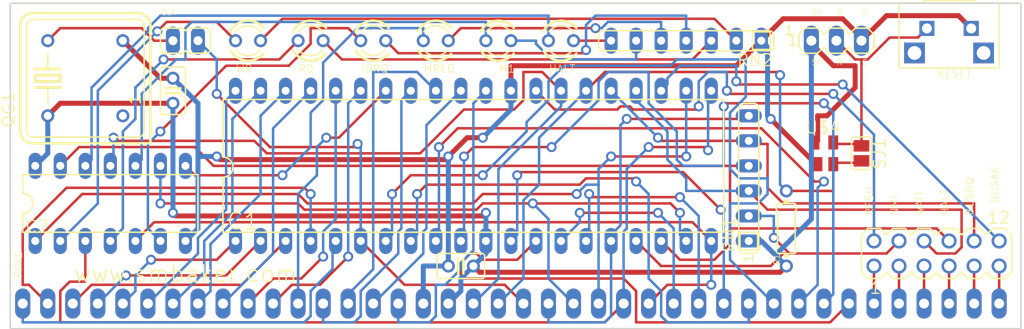
<source format=kicad_pcb>
(kicad_pcb (version 20171130) (host pcbnew 5.1.2)

  (general
    (thickness 1.6)
    (drawings 26)
    (tracks 553)
    (zones 0)
    (modules 21)
    (nets 61)
  )

  (page A4)
  (layers
    (0 Top signal)
    (31 Bottom signal)
    (32 B.Adhes user)
    (33 F.Adhes user)
    (34 B.Paste user)
    (35 F.Paste user)
    (36 B.SilkS user)
    (37 F.SilkS user)
    (38 B.Mask user)
    (39 F.Mask user)
    (40 Dwgs.User user)
    (41 Cmts.User user)
    (42 Eco1.User user)
    (43 Eco2.User user)
    (44 Edge.Cuts user)
    (45 Margin user)
    (46 B.CrtYd user)
    (47 F.CrtYd user)
    (48 B.Fab user)
    (49 F.Fab user)
  )

  (setup
    (last_trace_width 0.25)
    (trace_clearance 0.2)
    (zone_clearance 0.508)
    (zone_45_only no)
    (trace_min 0.2)
    (via_size 0.8)
    (via_drill 0.4)
    (via_min_size 0.4)
    (via_min_drill 0.3)
    (uvia_size 0.3)
    (uvia_drill 0.1)
    (uvias_allowed no)
    (uvia_min_size 0.2)
    (uvia_min_drill 0.1)
    (edge_width 0.05)
    (segment_width 0.2)
    (pcb_text_width 0.3)
    (pcb_text_size 1.5 1.5)
    (mod_edge_width 0.12)
    (mod_text_size 1 1)
    (mod_text_width 0.15)
    (pad_size 1.524 1.524)
    (pad_drill 0.762)
    (pad_to_mask_clearance 0.051)
    (solder_mask_min_width 0.25)
    (aux_axis_origin 0 0)
    (visible_elements FFFFEF7F)
    (pcbplotparams
      (layerselection 0x010fc_ffffffff)
      (usegerberextensions false)
      (usegerberattributes false)
      (usegerberadvancedattributes false)
      (creategerberjobfile false)
      (excludeedgelayer true)
      (linewidth 0.100000)
      (plotframeref false)
      (viasonmask false)
      (mode 1)
      (useauxorigin false)
      (hpglpennumber 1)
      (hpglpenspeed 20)
      (hpglpendiameter 15.000000)
      (psnegative false)
      (psa4output false)
      (plotreference true)
      (plotvalue true)
      (plotinvisibletext false)
      (padsonsilk false)
      (subtractmaskfromsilk false)
      (outputformat 1)
      (mirror false)
      (drillshape 1)
      (scaleselection 1)
      (outputdirectory ""))
  )

  (net 0 "")
  (net 1 M1)
  (net 2 RESET)
  (net 3 CLK)
  (net 4 INT)
  (net 5 MREQ)
  (net 6 IORQ)
  (net 7 RD)
  (net 8 WR)
  (net 9 RFSH)
  (net 10 HALT)
  (net 11 WAIT)
  (net 12 NMI)
  (net 13 BUSRQ)
  (net 14 BUSAK)
  (net 15 D0)
  (net 16 D1)
  (net 17 D2)
  (net 18 D3)
  (net 19 D4)
  (net 20 D5)
  (net 21 D6)
  (net 22 D7)
  (net 23 A15)
  (net 24 A14)
  (net 25 A13)
  (net 26 A12)
  (net 27 A11)
  (net 28 A10)
  (net 29 A9)
  (net 30 A8)
  (net 31 A7)
  (net 32 A6)
  (net 33 A5)
  (net 34 A4)
  (net 35 A3)
  (net 36 A2)
  (net 37 A1)
  (net 38 A0)
  (net 39 TX)
  (net 40 RX)
  (net 41 E0)
  (net 42 E1)
  (net 43 E2)
  (net 44 E3)
  (net 45 GND)
  (net 46 +5V)
  (net 47 N$1)
  (net 48 N$2)
  (net 49 N$3)
  (net 50 N$4)
  (net 51 N$5)
  (net 52 N$6)
  (net 53 N$7)
  (net 54 N$8)
  (net 55 N$9)
  (net 56 N$10)
  (net 57 N$11)
  (net 58 N$12)
  (net 59 N$13)
  (net 60 N$14)

  (net_class Default "Dies ist die voreingestellte Netzklasse."
    (clearance 0.2)
    (trace_width 0.25)
    (via_dia 0.8)
    (via_drill 0.4)
    (uvia_dia 0.3)
    (uvia_drill 0.1)
    (add_net +5V)
    (add_net A0)
    (add_net A1)
    (add_net A10)
    (add_net A11)
    (add_net A12)
    (add_net A13)
    (add_net A14)
    (add_net A15)
    (add_net A2)
    (add_net A3)
    (add_net A4)
    (add_net A5)
    (add_net A6)
    (add_net A7)
    (add_net A8)
    (add_net A9)
    (add_net BUSAK)
    (add_net BUSRQ)
    (add_net CLK)
    (add_net D0)
    (add_net D1)
    (add_net D2)
    (add_net D3)
    (add_net D4)
    (add_net D5)
    (add_net D6)
    (add_net D7)
    (add_net E0)
    (add_net E1)
    (add_net E2)
    (add_net E3)
    (add_net GND)
    (add_net HALT)
    (add_net INT)
    (add_net IORQ)
    (add_net M1)
    (add_net MREQ)
    (add_net N$1)
    (add_net N$10)
    (add_net N$11)
    (add_net N$12)
    (add_net N$13)
    (add_net N$14)
    (add_net N$2)
    (add_net N$3)
    (add_net N$4)
    (add_net N$5)
    (add_net N$6)
    (add_net N$7)
    (add_net N$8)
    (add_net N$9)
    (add_net NMI)
    (add_net RD)
    (add_net RESET)
    (add_net RFSH)
    (add_net RX)
    (add_net TX)
    (add_net WAIT)
    (add_net WR)
  )

  (module eaa651fdd346d6544176813de3c28a36:DIL40 (layer Top) (tedit 0) (tstamp 5F908382)
    (at 144.2211 104.9986)
    (descr "<b>Dual In Line Package</b>")
    (fp_text reference IC1 (at -25.908 6.604) (layer F.SilkS)
      (effects (font (size 1.6891 1.6891) (thickness 0.135128)) (justify left bottom))
    )
    (fp_text value "" (at -17.145 1.016) (layer F.Fab)
      (effects (font (size 1.6891 1.6891) (thickness 0.135128)) (justify left bottom))
    )
    (fp_arc (start -25.4 0.127) (end -25.4 -0.889) (angle 180) (layer F.SilkS) (width 0.1524))
    (fp_line (start -25.4 6.731) (end -25.4 1.143) (layer F.SilkS) (width 0.1524))
    (fp_line (start -25.4 -6.731) (end -25.4 -0.889) (layer F.SilkS) (width 0.1524))
    (fp_line (start 25.4 -6.731) (end 25.4 6.731) (layer F.SilkS) (width 0.1524))
    (fp_line (start -25.4 6.731) (end 25.4 6.731) (layer F.SilkS) (width 0.1524))
    (fp_line (start 25.4 -6.731) (end -25.4 -6.731) (layer F.SilkS) (width 0.1524))
    (pad 40 thru_hole oval (at -24.13 -7.62 90) (size 2.6416 1.3208) (drill 0.8128) (layers *.Cu *.Mask)
      (net 28 A10) (solder_mask_margin 0.1016))
    (pad 39 thru_hole oval (at -21.59 -7.62 90) (size 2.6416 1.3208) (drill 0.8128) (layers *.Cu *.Mask)
      (net 29 A9) (solder_mask_margin 0.1016))
    (pad 38 thru_hole oval (at -19.05 -7.62 90) (size 2.6416 1.3208) (drill 0.8128) (layers *.Cu *.Mask)
      (net 30 A8) (solder_mask_margin 0.1016))
    (pad 37 thru_hole oval (at -16.51 -7.62 90) (size 2.6416 1.3208) (drill 0.8128) (layers *.Cu *.Mask)
      (net 31 A7) (solder_mask_margin 0.1016))
    (pad 36 thru_hole oval (at -13.97 -7.62 90) (size 2.6416 1.3208) (drill 0.8128) (layers *.Cu *.Mask)
      (net 32 A6) (solder_mask_margin 0.1016))
    (pad 35 thru_hole oval (at -11.43 -7.62 90) (size 2.6416 1.3208) (drill 0.8128) (layers *.Cu *.Mask)
      (net 33 A5) (solder_mask_margin 0.1016))
    (pad 34 thru_hole oval (at -8.89 -7.62 90) (size 2.6416 1.3208) (drill 0.8128) (layers *.Cu *.Mask)
      (net 34 A4) (solder_mask_margin 0.1016))
    (pad 33 thru_hole oval (at -6.35 -7.62 90) (size 2.6416 1.3208) (drill 0.8128) (layers *.Cu *.Mask)
      (net 35 A3) (solder_mask_margin 0.1016))
    (pad 32 thru_hole oval (at -3.81 -7.62 90) (size 2.6416 1.3208) (drill 0.8128) (layers *.Cu *.Mask)
      (net 36 A2) (solder_mask_margin 0.1016))
    (pad 31 thru_hole oval (at -1.27 -7.62 90) (size 2.6416 1.3208) (drill 0.8128) (layers *.Cu *.Mask)
      (net 37 A1) (solder_mask_margin 0.1016))
    (pad 30 thru_hole oval (at 1.27 -7.62 90) (size 2.6416 1.3208) (drill 0.8128) (layers *.Cu *.Mask)
      (net 38 A0) (solder_mask_margin 0.1016))
    (pad 29 thru_hole oval (at 3.81 -7.62 90) (size 2.6416 1.3208) (drill 0.8128) (layers *.Cu *.Mask)
      (net 45 GND) (solder_mask_margin 0.1016))
    (pad 28 thru_hole oval (at 6.35 -7.62 90) (size 2.6416 1.3208) (drill 0.8128) (layers *.Cu *.Mask)
      (net 9 RFSH) (solder_mask_margin 0.1016))
    (pad 27 thru_hole oval (at 8.89 -7.62 90) (size 2.6416 1.3208) (drill 0.8128) (layers *.Cu *.Mask)
      (net 1 M1) (solder_mask_margin 0.1016))
    (pad 26 thru_hole oval (at 11.43 -7.62 90) (size 2.6416 1.3208) (drill 0.8128) (layers *.Cu *.Mask)
      (net 2 RESET) (solder_mask_margin 0.1016))
    (pad 25 thru_hole oval (at 13.97 -7.62 90) (size 2.6416 1.3208) (drill 0.8128) (layers *.Cu *.Mask)
      (net 13 BUSRQ) (solder_mask_margin 0.1016))
    (pad 24 thru_hole oval (at 16.51 -7.62 90) (size 2.6416 1.3208) (drill 0.8128) (layers *.Cu *.Mask)
      (net 11 WAIT) (solder_mask_margin 0.1016))
    (pad 23 thru_hole oval (at 19.05 -7.62 90) (size 2.6416 1.3208) (drill 0.8128) (layers *.Cu *.Mask)
      (net 14 BUSAK) (solder_mask_margin 0.1016))
    (pad 22 thru_hole oval (at 21.59 -7.62 90) (size 2.6416 1.3208) (drill 0.8128) (layers *.Cu *.Mask)
      (net 8 WR) (solder_mask_margin 0.1016))
    (pad 21 thru_hole oval (at 24.13 -7.62 90) (size 2.6416 1.3208) (drill 0.8128) (layers *.Cu *.Mask)
      (net 7 RD) (solder_mask_margin 0.1016))
    (pad 20 thru_hole oval (at 24.13 7.62 90) (size 2.6416 1.3208) (drill 0.8128) (layers *.Cu *.Mask)
      (net 6 IORQ) (solder_mask_margin 0.1016))
    (pad 19 thru_hole oval (at 21.59 7.62 90) (size 2.6416 1.3208) (drill 0.8128) (layers *.Cu *.Mask)
      (net 5 MREQ) (solder_mask_margin 0.1016))
    (pad 18 thru_hole oval (at 19.05 7.62 90) (size 2.6416 1.3208) (drill 0.8128) (layers *.Cu *.Mask)
      (net 10 HALT) (solder_mask_margin 0.1016))
    (pad 17 thru_hole oval (at 16.51 7.62 90) (size 2.6416 1.3208) (drill 0.8128) (layers *.Cu *.Mask)
      (net 12 NMI) (solder_mask_margin 0.1016))
    (pad 16 thru_hole oval (at 13.97 7.62 90) (size 2.6416 1.3208) (drill 0.8128) (layers *.Cu *.Mask)
      (net 4 INT) (solder_mask_margin 0.1016))
    (pad 15 thru_hole oval (at 11.43 7.62 90) (size 2.6416 1.3208) (drill 0.8128) (layers *.Cu *.Mask)
      (net 16 D1) (solder_mask_margin 0.1016))
    (pad 14 thru_hole oval (at 8.89 7.62 90) (size 2.6416 1.3208) (drill 0.8128) (layers *.Cu *.Mask)
      (net 15 D0) (solder_mask_margin 0.1016))
    (pad 13 thru_hole oval (at 6.35 7.62 90) (size 2.6416 1.3208) (drill 0.8128) (layers *.Cu *.Mask)
      (net 22 D7) (solder_mask_margin 0.1016))
    (pad 12 thru_hole oval (at 3.81 7.62 90) (size 2.6416 1.3208) (drill 0.8128) (layers *.Cu *.Mask)
      (net 17 D2) (solder_mask_margin 0.1016))
    (pad 11 thru_hole oval (at 1.27 7.62 90) (size 2.6416 1.3208) (drill 0.8128) (layers *.Cu *.Mask)
      (net 46 +5V) (solder_mask_margin 0.1016))
    (pad 10 thru_hole oval (at -1.27 7.62 90) (size 2.6416 1.3208) (drill 0.8128) (layers *.Cu *.Mask)
      (net 21 D6) (solder_mask_margin 0.1016))
    (pad 9 thru_hole oval (at -3.81 7.62 90) (size 2.6416 1.3208) (drill 0.8128) (layers *.Cu *.Mask)
      (net 20 D5) (solder_mask_margin 0.1016))
    (pad 5 thru_hole oval (at -13.97 7.62 90) (size 2.6416 1.3208) (drill 0.8128) (layers *.Cu *.Mask)
      (net 23 A15) (solder_mask_margin 0.1016))
    (pad 6 thru_hole oval (at -11.43 7.62 90) (size 2.6416 1.3208) (drill 0.8128) (layers *.Cu *.Mask)
      (net 3 CLK) (solder_mask_margin 0.1016))
    (pad 4 thru_hole oval (at -16.51 7.62 90) (size 2.6416 1.3208) (drill 0.8128) (layers *.Cu *.Mask)
      (net 24 A14) (solder_mask_margin 0.1016))
    (pad 3 thru_hole oval (at -19.05 7.62 90) (size 2.6416 1.3208) (drill 0.8128) (layers *.Cu *.Mask)
      (net 25 A13) (solder_mask_margin 0.1016))
    (pad 8 thru_hole oval (at -6.35 7.62 90) (size 2.6416 1.3208) (drill 0.8128) (layers *.Cu *.Mask)
      (net 18 D3) (solder_mask_margin 0.1016))
    (pad 7 thru_hole oval (at -8.89 7.62 90) (size 2.6416 1.3208) (drill 0.8128) (layers *.Cu *.Mask)
      (net 19 D4) (solder_mask_margin 0.1016))
    (pad 2 thru_hole oval (at -21.59 7.62 90) (size 2.6416 1.3208) (drill 0.8128) (layers *.Cu *.Mask)
      (net 26 A12) (solder_mask_margin 0.1016))
    (pad 1 thru_hole oval (at -24.13 7.62 90) (size 2.6416 1.3208) (drill 0.8128) (layers *.Cu *.Mask)
      (net 27 A11) (solder_mask_margin 0.1016))
  )

  (module eaa651fdd346d6544176813de3c28a36:MA06-2 (layer Top) (tedit 0) (tstamp 5F9083B3)
    (at 191.2111 113.8886)
    (descr "<b>PIN HEADER</b>")
    (fp_text reference SV1 (at -7.62 -2.921) (layer F.SilkS) hide
      (effects (font (size 1.2065 1.2065) (thickness 0.127)) (justify left bottom))
    )
    (fp_text value "" (at -2.54 4.191) (layer F.Fab)
      (effects (font (size 1.2065 1.2065) (thickness 0.12065)) (justify left bottom))
    )
    (fp_poly (pts (xy 6.096 -1.016) (xy 6.604 -1.016) (xy 6.604 -1.524) (xy 6.096 -1.524)) (layer F.Fab) (width 0))
    (fp_poly (pts (xy 3.556 -1.016) (xy 4.064 -1.016) (xy 4.064 -1.524) (xy 3.556 -1.524)) (layer F.Fab) (width 0))
    (fp_poly (pts (xy 1.016 -1.016) (xy 1.524 -1.016) (xy 1.524 -1.524) (xy 1.016 -1.524)) (layer F.Fab) (width 0))
    (fp_poly (pts (xy -1.524 -1.016) (xy -1.016 -1.016) (xy -1.016 -1.524) (xy -1.524 -1.524)) (layer F.Fab) (width 0))
    (fp_poly (pts (xy -4.064 -1.016) (xy -3.556 -1.016) (xy -3.556 -1.524) (xy -4.064 -1.524)) (layer F.Fab) (width 0))
    (fp_poly (pts (xy -6.604 -1.016) (xy -6.096 -1.016) (xy -6.096 -1.524) (xy -6.604 -1.524)) (layer F.Fab) (width 0))
    (fp_poly (pts (xy 6.096 1.524) (xy 6.604 1.524) (xy 6.604 1.016) (xy 6.096 1.016)) (layer F.Fab) (width 0))
    (fp_poly (pts (xy 1.016 1.524) (xy 1.524 1.524) (xy 1.524 1.016) (xy 1.016 1.016)) (layer F.Fab) (width 0))
    (fp_poly (pts (xy 3.556 1.524) (xy 4.064 1.524) (xy 4.064 1.016) (xy 3.556 1.016)) (layer F.Fab) (width 0))
    (fp_poly (pts (xy -1.524 1.524) (xy -1.016 1.524) (xy -1.016 1.016) (xy -1.524 1.016)) (layer F.Fab) (width 0))
    (fp_poly (pts (xy -6.604 1.524) (xy -6.096 1.524) (xy -6.096 1.016) (xy -6.604 1.016)) (layer F.Fab) (width 0))
    (fp_poly (pts (xy -4.064 1.524) (xy -3.556 1.524) (xy -3.556 1.016) (xy -4.064 1.016)) (layer F.Fab) (width 0))
    (fp_text user 12 (at 5.08 -2.921) (layer F.SilkS)
      (effects (font (size 1.2065 1.2065) (thickness 0.127)) (justify left bottom))
    )
    (fp_text user 1 (at -6.858 4.191) (layer F.SilkS)
      (effects (font (size 1.2065 1.2065) (thickness 0.127)) (justify left bottom))
    )
    (fp_line (start 5.715 2.54) (end 5.08 1.905) (layer F.SilkS) (width 0.1524))
    (fp_line (start 6.985 2.54) (end 5.715 2.54) (layer F.SilkS) (width 0.1524))
    (fp_line (start 7.62 1.905) (end 6.985 2.54) (layer F.SilkS) (width 0.1524))
    (fp_line (start 1.905 2.54) (end 0.635 2.54) (layer F.SilkS) (width 0.1524))
    (fp_line (start 0 1.905) (end 0.635 2.54) (layer F.SilkS) (width 0.1524))
    (fp_line (start 3.175 2.54) (end 2.54 1.905) (layer F.SilkS) (width 0.1524))
    (fp_line (start 4.445 2.54) (end 3.175 2.54) (layer F.SilkS) (width 0.1524))
    (fp_line (start 5.08 1.905) (end 4.445 2.54) (layer F.SilkS) (width 0.1524))
    (fp_line (start 2.54 1.905) (end 1.905 2.54) (layer F.SilkS) (width 0.1524))
    (fp_line (start -1.905 2.54) (end -2.54 1.905) (layer F.SilkS) (width 0.1524))
    (fp_line (start -0.635 2.54) (end -1.905 2.54) (layer F.SilkS) (width 0.1524))
    (fp_line (start 0 1.905) (end -0.635 2.54) (layer F.SilkS) (width 0.1524))
    (fp_line (start -5.715 2.54) (end -6.985 2.54) (layer F.SilkS) (width 0.1524))
    (fp_line (start -7.62 1.905) (end -6.985 2.54) (layer F.SilkS) (width 0.1524))
    (fp_line (start -7.62 -1.905) (end -7.62 1.905) (layer F.SilkS) (width 0.1524))
    (fp_line (start -4.445 2.54) (end -5.08 1.905) (layer F.SilkS) (width 0.1524))
    (fp_line (start -3.175 2.54) (end -4.445 2.54) (layer F.SilkS) (width 0.1524))
    (fp_line (start -2.54 1.905) (end -3.175 2.54) (layer F.SilkS) (width 0.1524))
    (fp_line (start -5.08 1.905) (end -5.715 2.54) (layer F.SilkS) (width 0.1524))
    (fp_line (start 7.62 -1.905) (end 7.62 1.905) (layer F.SilkS) (width 0.1524))
    (fp_line (start 6.985 -2.54) (end 7.62 -1.905) (layer F.SilkS) (width 0.1524))
    (fp_line (start 5.715 -2.54) (end 6.985 -2.54) (layer F.SilkS) (width 0.1524))
    (fp_line (start 5.08 -1.905) (end 5.715 -2.54) (layer F.SilkS) (width 0.1524))
    (fp_line (start 0.635 -2.54) (end 0 -1.905) (layer F.SilkS) (width 0.1524))
    (fp_line (start 4.445 -2.54) (end 5.08 -1.905) (layer F.SilkS) (width 0.1524))
    (fp_line (start 3.175 -2.54) (end 4.445 -2.54) (layer F.SilkS) (width 0.1524))
    (fp_line (start 2.54 -1.905) (end 3.175 -2.54) (layer F.SilkS) (width 0.1524))
    (fp_line (start 1.905 -2.54) (end 2.54 -1.905) (layer F.SilkS) (width 0.1524))
    (fp_line (start 0.635 -2.54) (end 1.905 -2.54) (layer F.SilkS) (width 0.1524))
    (fp_line (start -0.635 -2.54) (end 0 -1.905) (layer F.SilkS) (width 0.1524))
    (fp_line (start -1.905 -2.54) (end -0.635 -2.54) (layer F.SilkS) (width 0.1524))
    (fp_line (start -2.54 -1.905) (end -1.905 -2.54) (layer F.SilkS) (width 0.1524))
    (fp_line (start -6.985 -2.54) (end -7.62 -1.905) (layer F.SilkS) (width 0.1524))
    (fp_line (start -3.175 -2.54) (end -2.54 -1.905) (layer F.SilkS) (width 0.1524))
    (fp_line (start -4.445 -2.54) (end -3.175 -2.54) (layer F.SilkS) (width 0.1524))
    (fp_line (start -5.08 -1.905) (end -4.445 -2.54) (layer F.SilkS) (width 0.1524))
    (fp_line (start -5.715 -2.54) (end -5.08 -1.905) (layer F.SilkS) (width 0.1524))
    (fp_line (start -6.985 -2.54) (end -5.715 -2.54) (layer F.SilkS) (width 0.1524))
    (pad 12 thru_hole circle (at 6.35 -1.27) (size 1.524 1.524) (drill 1.016) (layers *.Cu *.Mask)
      (net 14 BUSAK) (solder_mask_margin 0.1016))
    (pad 10 thru_hole circle (at 3.81 -1.27) (size 1.524 1.524) (drill 1.016) (layers *.Cu *.Mask)
      (net 13 BUSRQ) (solder_mask_margin 0.1016))
    (pad 8 thru_hole circle (at 1.27 -1.27) (size 1.524 1.524) (drill 1.016) (layers *.Cu *.Mask)
      (net 10 HALT) (solder_mask_margin 0.1016))
    (pad 6 thru_hole circle (at -1.27 -1.27) (size 1.524 1.524) (drill 1.016) (layers *.Cu *.Mask)
      (net 11 WAIT) (solder_mask_margin 0.1016))
    (pad 4 thru_hole circle (at -3.81 -1.27) (size 1.524 1.524) (drill 1.016) (layers *.Cu *.Mask)
      (net 12 NMI) (solder_mask_margin 0.1016))
    (pad 2 thru_hole circle (at -6.35 -1.27) (size 1.524 1.524) (drill 1.016) (layers *.Cu *.Mask)
      (net 9 RFSH) (solder_mask_margin 0.1016))
    (pad 11 thru_hole circle (at 6.35 1.27) (size 1.524 1.524) (drill 1.016) (layers *.Cu *.Mask)
      (net 44 E3) (solder_mask_margin 0.1016))
    (pad 9 thru_hole circle (at 3.81 1.27) (size 1.524 1.524) (drill 1.016) (layers *.Cu *.Mask)
      (net 43 E2) (solder_mask_margin 0.1016))
    (pad 7 thru_hole circle (at 1.27 1.27) (size 1.524 1.524) (drill 1.016) (layers *.Cu *.Mask)
      (net 42 E1) (solder_mask_margin 0.1016))
    (pad 5 thru_hole circle (at -1.27 1.27) (size 1.524 1.524) (drill 1.016) (layers *.Cu *.Mask)
      (net 41 E0) (solder_mask_margin 0.1016))
    (pad 3 thru_hole circle (at -3.81 1.27) (size 1.524 1.524) (drill 1.016) (layers *.Cu *.Mask)
      (net 40 RX) (solder_mask_margin 0.1016))
    (pad 1 thru_hole circle (at -6.35 1.27) (size 1.524 1.524) (drill 1.016) (layers *.Cu *.Mask)
      (net 39 TX) (solder_mask_margin 0.1016))
  )

  (module eaa651fdd346d6544176813de3c28a36:SIP40 (layer Top) (tedit 0) (tstamp 5F9083F6)
    (at 146.7611 118.9686)
    (fp_text reference U$1 (at 0 0) (layer F.SilkS) hide
      (effects (font (size 1.27 1.27) (thickness 0.15)))
    )
    (fp_text value RC2014 (at 0 0) (layer F.SilkS) hide
      (effects (font (size 1.27 1.27) (thickness 0.15)))
    )
    (pad 21 thru_hole oval (at 2.54 0 90) (size 3.048 1.524) (drill 1.016) (layers *.Cu *.Mask)
      (net 3 CLK) (solder_mask_margin 0.1016))
    (pad 22 thru_hole oval (at 5.08 0 90) (size 3.048 1.524) (drill 1.016) (layers *.Cu *.Mask)
      (net 4 INT) (solder_mask_margin 0.1016))
    (pad 23 thru_hole oval (at 7.62 0 90) (size 3.048 1.524) (drill 1.016) (layers *.Cu *.Mask)
      (net 5 MREQ) (solder_mask_margin 0.1016))
    (pad 24 thru_hole oval (at 10.16 0 90) (size 3.048 1.524) (drill 1.016) (layers *.Cu *.Mask)
      (net 8 WR) (solder_mask_margin 0.1016))
    (pad 25 thru_hole oval (at 12.7 0 90) (size 3.048 1.524) (drill 1.016) (layers *.Cu *.Mask)
      (net 7 RD) (solder_mask_margin 0.1016))
    (pad 26 thru_hole oval (at 15.24 0 90) (size 3.048 1.524) (drill 1.016) (layers *.Cu *.Mask)
      (net 6 IORQ) (solder_mask_margin 0.1016))
    (pad 27 thru_hole oval (at 17.78 0 90) (size 3.048 1.524) (drill 1.016) (layers *.Cu *.Mask)
      (net 15 D0) (solder_mask_margin 0.1016))
    (pad 28 thru_hole oval (at 20.32 0 90) (size 3.048 1.524) (drill 1.016) (layers *.Cu *.Mask)
      (net 16 D1) (solder_mask_margin 0.1016))
    (pad 29 thru_hole oval (at 22.86 0 90) (size 3.048 1.524) (drill 1.016) (layers *.Cu *.Mask)
      (net 17 D2) (solder_mask_margin 0.1016))
    (pad 30 thru_hole oval (at 25.4 0 90) (size 3.048 1.524) (drill 1.016) (layers *.Cu *.Mask)
      (net 18 D3) (solder_mask_margin 0.1016))
    (pad 31 thru_hole oval (at 27.94 0 90) (size 3.048 1.524) (drill 1.016) (layers *.Cu *.Mask)
      (net 19 D4) (solder_mask_margin 0.1016))
    (pad 32 thru_hole oval (at 30.48 0 90) (size 3.048 1.524) (drill 1.016) (layers *.Cu *.Mask)
      (net 20 D5) (solder_mask_margin 0.1016))
    (pad 33 thru_hole oval (at 33.02 0 90) (size 3.048 1.524) (drill 1.016) (layers *.Cu *.Mask)
      (net 21 D6) (solder_mask_margin 0.1016))
    (pad 34 thru_hole oval (at 35.56 0 90) (size 3.048 1.524) (drill 1.016) (layers *.Cu *.Mask)
      (net 22 D7) (solder_mask_margin 0.1016))
    (pad 35 thru_hole oval (at 38.1 0 90) (size 3.048 1.524) (drill 1.016) (layers *.Cu *.Mask)
      (net 39 TX) (solder_mask_margin 0.1016))
    (pad 36 thru_hole oval (at 40.64 0 90) (size 3.048 1.524) (drill 1.016) (layers *.Cu *.Mask)
      (net 40 RX) (solder_mask_margin 0.1016))
    (pad 37 thru_hole oval (at 43.18 0 90) (size 3.048 1.524) (drill 1.016) (layers *.Cu *.Mask)
      (net 41 E0) (solder_mask_margin 0.1016))
    (pad 38 thru_hole oval (at 45.72 0 90) (size 3.048 1.524) (drill 1.016) (layers *.Cu *.Mask)
      (net 42 E1) (solder_mask_margin 0.1016))
    (pad 39 thru_hole oval (at 48.26 0 90) (size 3.048 1.524) (drill 1.016) (layers *.Cu *.Mask)
      (net 43 E2) (solder_mask_margin 0.1016))
    (pad 40 thru_hole oval (at 50.8 0 90) (size 3.048 1.524) (drill 1.016) (layers *.Cu *.Mask)
      (net 44 E3) (solder_mask_margin 0.1016))
    (pad 3 thru_hole oval (at -43.18 0 90) (size 3.048 1.524) (drill 1.016) (layers *.Cu *.Mask)
      (net 25 A13) (solder_mask_margin 0.1016))
    (pad 1 thru_hole oval (at -48.26 0 90) (size 3.048 1.524) (drill 1.016) (layers *.Cu *.Mask)
      (net 23 A15) (solder_mask_margin 0.1016))
    (pad 2 thru_hole oval (at -45.72 0 90) (size 3.048 1.524) (drill 1.016) (layers *.Cu *.Mask)
      (net 24 A14) (solder_mask_margin 0.1016))
    (pad 4 thru_hole oval (at -40.64 0 90) (size 3.048 1.524) (drill 1.016) (layers *.Cu *.Mask)
      (net 26 A12) (solder_mask_margin 0.1016))
    (pad 5 thru_hole oval (at -38.1 0 90) (size 3.048 1.524) (drill 1.016) (layers *.Cu *.Mask)
      (net 27 A11) (solder_mask_margin 0.1016))
    (pad 6 thru_hole oval (at -35.56 0 90) (size 3.048 1.524) (drill 1.016) (layers *.Cu *.Mask)
      (net 28 A10) (solder_mask_margin 0.1016))
    (pad 7 thru_hole oval (at -33.02 0 90) (size 3.048 1.524) (drill 1.016) (layers *.Cu *.Mask)
      (net 29 A9) (solder_mask_margin 0.1016))
    (pad 8 thru_hole oval (at -30.48 0 90) (size 3.048 1.524) (drill 1.016) (layers *.Cu *.Mask)
      (net 30 A8) (solder_mask_margin 0.1016))
    (pad 9 thru_hole oval (at -27.94 0 90) (size 3.048 1.524) (drill 1.016) (layers *.Cu *.Mask)
      (net 31 A7) (solder_mask_margin 0.1016))
    (pad 10 thru_hole oval (at -25.4 0 90) (size 3.048 1.524) (drill 1.016) (layers *.Cu *.Mask)
      (net 32 A6) (solder_mask_margin 0.1016))
    (pad 11 thru_hole oval (at -22.86 0 90) (size 3.048 1.524) (drill 1.016) (layers *.Cu *.Mask)
      (net 33 A5) (solder_mask_margin 0.1016))
    (pad 12 thru_hole oval (at -20.32 0 90) (size 3.048 1.524) (drill 1.016) (layers *.Cu *.Mask)
      (net 34 A4) (solder_mask_margin 0.1016))
    (pad 13 thru_hole oval (at -17.78 0 90) (size 3.048 1.524) (drill 1.016) (layers *.Cu *.Mask)
      (net 35 A3) (solder_mask_margin 0.1016))
    (pad 14 thru_hole oval (at -15.24 0 90) (size 3.048 1.524) (drill 1.016) (layers *.Cu *.Mask)
      (net 36 A2) (solder_mask_margin 0.1016))
    (pad 15 thru_hole oval (at -12.7 0 90) (size 3.048 1.524) (drill 1.016) (layers *.Cu *.Mask)
      (net 37 A1) (solder_mask_margin 0.1016))
    (pad 16 thru_hole oval (at -10.16 0 90) (size 3.048 1.524) (drill 1.016) (layers *.Cu *.Mask)
      (net 38 A0) (solder_mask_margin 0.1016))
    (pad 17 thru_hole oval (at -7.62 0 90) (size 3.048 1.524) (drill 1.016) (layers *.Cu *.Mask)
      (net 45 GND) (solder_mask_margin 0.1016))
    (pad 18 thru_hole oval (at -5.08 0 90) (size 3.048 1.524) (drill 1.016) (layers *.Cu *.Mask)
      (net 46 +5V) (solder_mask_margin 0.1016))
    (pad 19 thru_hole oval (at -2.54 0 90) (size 3.048 1.524) (drill 1.016) (layers *.Cu *.Mask)
      (net 1 M1) (solder_mask_margin 0.1016))
    (pad 20 thru_hole oval (at 0 0 90) (size 3.048 1.524) (drill 1.016) (layers *.Cu *.Mask)
      (net 2 RESET) (solder_mask_margin 0.1016))
  )

  (module eaa651fdd346d6544176813de3c28a36:0204_7 (layer Top) (tedit 0) (tstamp 5F908421)
    (at 175.9711 111.3486 90)
    (descr "<b>RESISTOR</b><p>\ntype 0204, grid 7.5 mm")
    (fp_text reference R1 (at -2.54 -1.2954 90) (layer F.SilkS)
      (effects (font (size 0.57912 0.57912) (thickness 0.057912)) (justify right top))
    )
    (fp_text value 2.2K (at -1.6256 0.4826 90) (layer F.Fab)
      (effects (font (size 0.57912 0.57912) (thickness 0.057912)) (justify right top))
    )
    (fp_poly (pts (xy -2.921 0.254) (xy -2.54 0.254) (xy -2.54 -0.254) (xy -2.921 -0.254)) (layer F.SilkS) (width 0))
    (fp_poly (pts (xy 2.54 0.254) (xy 2.921 0.254) (xy 2.921 -0.254) (xy 2.54 -0.254)) (layer F.SilkS) (width 0))
    (fp_line (start 2.54 0.762) (end 2.54 -0.762) (layer F.SilkS) (width 0.1524))
    (fp_line (start 2.286 1.016) (end 1.905 1.016) (layer F.SilkS) (width 0.1524))
    (fp_line (start 2.286 -1.016) (end 1.905 -1.016) (layer F.SilkS) (width 0.1524))
    (fp_line (start 1.778 0.889) (end -1.778 0.889) (layer F.SilkS) (width 0.1524))
    (fp_line (start 1.778 0.889) (end 1.905 1.016) (layer F.SilkS) (width 0.1524))
    (fp_line (start 1.778 -0.889) (end -1.778 -0.889) (layer F.SilkS) (width 0.1524))
    (fp_line (start 1.778 -0.889) (end 1.905 -1.016) (layer F.SilkS) (width 0.1524))
    (fp_line (start -1.778 0.889) (end -1.905 1.016) (layer F.SilkS) (width 0.1524))
    (fp_line (start -2.286 1.016) (end -1.905 1.016) (layer F.SilkS) (width 0.1524))
    (fp_line (start -1.778 -0.889) (end -1.905 -1.016) (layer F.SilkS) (width 0.1524))
    (fp_line (start -2.286 -1.016) (end -1.905 -1.016) (layer F.SilkS) (width 0.1524))
    (fp_line (start -2.54 0.762) (end -2.54 -0.762) (layer F.SilkS) (width 0.1524))
    (fp_arc (start 2.286 -0.762) (end 2.286 -1.016) (angle 90) (layer F.SilkS) (width 0.1524))
    (fp_arc (start 2.286 0.762) (end 2.286 1.016) (angle -90) (layer F.SilkS) (width 0.1524))
    (fp_arc (start -2.286 0.762) (end -2.54 0.762) (angle -90) (layer F.SilkS) (width 0.1524))
    (fp_arc (start -2.286 -0.762) (end -2.54 -0.762) (angle 90) (layer F.SilkS) (width 0.1524))
    (fp_line (start -3.81 0) (end -2.921 0) (layer F.Fab) (width 0.508))
    (fp_line (start 3.81 0) (end 2.921 0) (layer F.Fab) (width 0.508))
    (pad 2 thru_hole circle (at 3.81 0 90) (size 1.3208 1.3208) (drill 0.8128) (layers *.Cu *.Mask)
      (net 2 RESET) (solder_mask_margin 0.1016))
    (pad 1 thru_hole circle (at -3.81 0 90) (size 1.3208 1.3208) (drill 0.8128) (layers *.Cu *.Mask)
      (net 46 +5V) (solder_mask_margin 0.1016))
  )

  (module eaa651fdd346d6544176813de3c28a36:DIL08S (layer Top) (tedit 0) (tstamp 5F90843A)
    (at 104.8511 96.1086 90)
    (descr "<b>CRYSTAL RESONATOR</b>")
    (fp_text reference QG1 (at -5.08 -7.0866 90) (layer F.SilkS)
      (effects (font (size 1.2065 1.2065) (thickness 0.12065)) (justify left bottom))
    )
    (fp_text value "" (at -5.08 0.5588 90) (layer F.Fab)
      (effects (font (size 1.2065 1.2065) (thickness 0.12065)) (justify left bottom))
    )
    (fp_text user 1 (at -2.794 5.715 90) (layer F.SilkS)
      (effects (font (size 1.2065 1.2065) (thickness 0.127)) (justify left bottom))
    )
    (fp_circle (center -4.953 4.953) (end -4.318 4.953) (layer F.Fab) (width 0.3048))
    (fp_line (start -0.9398 -3.81) (end -0.9398 -2.54) (layer F.SilkS) (width 0.3048))
    (fp_line (start -0.9398 -3.81) (end -2.54 -3.81) (layer F.SilkS) (width 0.1524))
    (fp_line (start 0.9398 -3.81) (end 0.9398 -2.54) (layer F.SilkS) (width 0.3048))
    (fp_line (start 0.9398 -3.81) (end 2.54 -3.81) (layer F.SilkS) (width 0.1524))
    (fp_line (start -0.9398 -5.08) (end -0.9398 -3.81) (layer F.SilkS) (width 0.3048))
    (fp_line (start 0.9398 -5.08) (end 0.9398 -3.81) (layer F.SilkS) (width 0.3048))
    (fp_line (start 0.3048 -5.08) (end -0.3302 -5.08) (layer F.SilkS) (width 0.3048))
    (fp_line (start 0.3048 -2.54) (end 0.3048 -5.08) (layer F.SilkS) (width 0.3048))
    (fp_line (start -0.3302 -2.54) (end 0.3048 -2.54) (layer F.SilkS) (width 0.3048))
    (fp_line (start -0.3302 -5.08) (end -0.3302 -2.54) (layer F.SilkS) (width 0.3048))
    (fp_arc (start -5.334 5.334) (end -5.969 5.334) (angle -90) (layer F.SilkS) (width 0.1524))
    (fp_arc (start -5.334 -5.334) (end -6.604 -5.334) (angle 90) (layer F.SilkS) (width 0.254))
    (fp_arc (start -5.334 -5.334) (end -5.969 -5.334) (angle 90) (layer F.SilkS) (width 0.1524))
    (fp_arc (start 5.334 -5.334) (end 5.334 -6.604) (angle 90) (layer F.SilkS) (width 0.254))
    (fp_arc (start 5.334 -5.334) (end 5.334 -5.969) (angle 90) (layer F.SilkS) (width 0.1524))
    (fp_arc (start 5.334 5.334) (end 5.334 5.969) (angle -90) (layer F.SilkS) (width 0.1524))
    (fp_arc (start 5.334 5.334) (end 5.334 6.604) (angle -90) (layer F.SilkS) (width 0.254))
    (fp_line (start -5.969 -5.334) (end -5.969 5.334) (layer F.SilkS) (width 0.1524))
    (fp_line (start 5.334 -5.969) (end -5.334 -5.969) (layer F.SilkS) (width 0.1524))
    (fp_line (start 5.969 5.334) (end 5.969 -5.334) (layer F.SilkS) (width 0.1524))
    (fp_line (start -5.334 5.969) (end 5.334 5.969) (layer F.SilkS) (width 0.1524))
    (fp_line (start -6.604 6.604) (end -6.604 -5.334) (layer F.SilkS) (width 0.254))
    (fp_line (start 5.334 -6.604) (end -5.334 -6.604) (layer F.SilkS) (width 0.254))
    (fp_line (start 6.604 5.334) (end 6.604 -5.334) (layer F.SilkS) (width 0.254))
    (fp_line (start -6.604 6.604) (end 5.334 6.604) (layer F.SilkS) (width 0.254))
    (pad 8 thru_hole circle (at -3.81 -3.81 90) (size 1.3208 1.3208) (drill 0.8128) (layers *.Cu *.Mask)
      (net 46 +5V) (solder_mask_margin 0.1016))
    (pad 5 thru_hole circle (at 3.81 -3.81 90) (size 1.3208 1.3208) (drill 0.8128) (layers *.Cu *.Mask)
      (net 48 N$2) (solder_mask_margin 0.1016))
    (pad 4 thru_hole circle (at 3.81 3.81 90) (size 1.3208 1.3208) (drill 0.8128) (layers *.Cu *.Mask)
      (net 45 GND) (solder_mask_margin 0.1016))
    (pad 1 thru_hole circle (at -3.81 3.81 90) (size 1.3208 1.3208) (drill 0.8128) (layers *.Cu *.Mask)
      (solder_mask_margin 0.1016))
  )

  (module eaa651fdd346d6544176813de3c28a36:C025-025X050 (layer Top) (tedit 0) (tstamp 5F90845C)
    (at 142.9511 115.1586 180)
    (descr "<b>CAPACITOR</b><p>\ngrid 2.5 mm, outline 2.5 x 5 mm")
    (fp_text reference C1 (at -2.286 -1.524 180) (layer F.SilkS) hide
      (effects (font (size 1.2065 1.2065) (thickness 0.127)) (justify right top))
    )
    (fp_text value "" (at -2.286 2.794) (layer F.Fab)
      (effects (font (size 1.2065 1.2065) (thickness 0.12065)) (justify right top))
    )
    (fp_line (start -0.381 0) (end -0.762 0) (layer F.Fab) (width 0.1524))
    (fp_line (start -0.254 0) (end -0.381 0) (layer F.SilkS) (width 0.1524))
    (fp_line (start -0.254 0) (end -0.254 0.762) (layer F.SilkS) (width 0.254))
    (fp_line (start -0.254 -0.762) (end -0.254 0) (layer F.SilkS) (width 0.254))
    (fp_line (start 0.254 0) (end 0.254 0.762) (layer F.SilkS) (width 0.254))
    (fp_line (start 0.254 0) (end 0.254 -0.762) (layer F.SilkS) (width 0.254))
    (fp_line (start 0.381 0) (end 0.254 0) (layer F.SilkS) (width 0.1524))
    (fp_line (start 0.762 0) (end 0.381 0) (layer F.Fab) (width 0.1524))
    (fp_arc (start -2.159 1.016) (end -2.413 1.016) (angle -90) (layer F.SilkS) (width 0.1524))
    (fp_arc (start 2.159 1.016) (end 2.159 1.27) (angle -90) (layer F.SilkS) (width 0.1524))
    (fp_arc (start -2.159 -1.016) (end -2.413 -1.016) (angle 90) (layer F.SilkS) (width 0.1524))
    (fp_arc (start 2.159 -1.016) (end 2.159 -1.27) (angle 90) (layer F.SilkS) (width 0.1524))
    (fp_line (start -2.413 -1.016) (end -2.413 1.016) (layer F.SilkS) (width 0.1524))
    (fp_line (start 2.413 -1.016) (end 2.413 1.016) (layer F.SilkS) (width 0.1524))
    (fp_line (start 2.159 1.27) (end -2.159 1.27) (layer F.SilkS) (width 0.1524))
    (fp_line (start -2.159 -1.27) (end 2.159 -1.27) (layer F.SilkS) (width 0.1524))
    (pad 2 thru_hole circle (at 1.27 0 180) (size 1.3208 1.3208) (drill 0.8128) (layers *.Cu *.Mask)
      (net 45 GND) (solder_mask_margin 0.1016))
    (pad 1 thru_hole circle (at -1.27 0 180) (size 1.3208 1.3208) (drill 0.8128) (layers *.Cu *.Mask)
      (net 46 +5V) (solder_mask_margin 0.1016))
  )

  (module eaa651fdd346d6544176813de3c28a36:SOT143 (layer Top) (tedit 0) (tstamp 5F908471)
    (at 179.7811 103.7286)
    (descr <b>SOT-143</b>)
    (fp_text reference U$4 (at -1.905 -1.905) (layer F.SilkS)
      (effects (font (size 1.2065 1.2065) (thickness 0.1016)) (justify left bottom))
    )
    (fp_text value MAX811 (at -1.905 3.175) (layer F.Fab)
      (effects (font (size 1.2065 1.2065) (thickness 0.1016)) (justify left bottom))
    )
    (fp_poly (pts (xy -1.1938 1.3208) (xy -0.3048 1.3208) (xy -0.3048 0.635) (xy -1.1938 0.635)) (layer F.Fab) (width 0))
    (fp_poly (pts (xy -1.143 -0.635) (xy -0.6858 -0.635) (xy -0.6858 -1.3208) (xy -1.143 -1.3208)) (layer F.Fab) (width 0))
    (fp_poly (pts (xy 0.7112 -0.635) (xy 1.1684 -0.635) (xy 1.1684 -1.3208) (xy 0.7112 -1.3208)) (layer F.Fab) (width 0))
    (fp_poly (pts (xy 0.7366 1.3208) (xy 1.1938 1.3208) (xy 1.1938 0.635) (xy 0.7366 0.635)) (layer F.Fab) (width 0))
    (fp_line (start 1.448 0.635) (end 1.448 -0.635) (layer F.Fab) (width 0.1))
    (fp_line (start -1.448 0.635) (end -1.448 -0.635) (layer F.Fab) (width 0.1))
    (fp_line (start -1.448 0.635) (end 1.448 0.635) (layer F.Fab) (width 0.1))
    (fp_line (start -1.448 -0.635) (end 1.448 -0.635) (layer F.Fab) (width 0.1))
    (pad 1 smd rect (at -0.75 1.1) (size 1.2 1.44) (layers Top F.Paste F.Mask)
      (net 45 GND) (solder_mask_margin 0.1016))
    (pad 2 smd rect (at 0.95 1.1) (size 1 1.44) (layers Top F.Paste F.Mask)
      (net 2 RESET) (solder_mask_margin 0.1016))
    (pad 3 smd rect (at 0.95 -1.1) (size 1 1.44) (layers Top F.Paste F.Mask)
      (net 47 N$1) (solder_mask_margin 0.1016))
    (pad 4 smd rect (at -0.95 -1.1) (size 1 1.44) (layers Top F.Paste F.Mask)
      (net 46 +5V) (solder_mask_margin 0.1016))
  )

  (module eaa651fdd346d6544176813de3c28a36:SJ (layer Top) (tedit 0) (tstamp 5F908480)
    (at 183.5911 103.7286 270)
    (descr "<b>Solder jumper</b>")
    (fp_text reference SJ1 (at -1.651 -1.143 270) (layer F.SilkS)
      (effects (font (size 1.2065 1.2065) (thickness 0.127)) (justify right top))
    )
    (fp_text value "" (at 0.4001 0 270) (layer F.Fab)
      (effects (font (size 0.019 0.019) (thickness 0.0016)) (justify right top))
    )
    (fp_poly (pts (xy -0.0762 0.9144) (xy 0.0762 0.9144) (xy 0.0762 -0.9144) (xy -0.0762 -0.9144)) (layer F.Mask) (width 0))
    (fp_arc (start 0.254 0) (end 0.254 -0.127) (angle 180) (layer F.Fab) (width 1.27))
    (fp_arc (start -0.254 0) (end -0.254 0.127) (angle 180) (layer F.Fab) (width 1.27))
    (fp_line (start -1.016 0) (end -1.524 0) (layer F.Fab) (width 0.1524))
    (fp_line (start 1.016 0) (end 1.524 0) (layer F.Fab) (width 0.1524))
    (fp_line (start -1.397 -1.016) (end 1.397 -1.016) (layer F.SilkS) (width 0.1524))
    (fp_line (start -1.651 0.762) (end -1.651 -0.762) (layer F.SilkS) (width 0.1524))
    (fp_line (start 1.651 0.762) (end 1.651 -0.762) (layer F.SilkS) (width 0.1524))
    (fp_arc (start 1.397 0.762) (end 1.397 1.016) (angle -90) (layer F.SilkS) (width 0.1524))
    (fp_arc (start -1.397 0.762) (end -1.651 0.762) (angle -90) (layer F.SilkS) (width 0.1524))
    (fp_arc (start -1.397 -0.762) (end -1.651 -0.762) (angle 90) (layer F.SilkS) (width 0.1524))
    (fp_arc (start 1.397 -0.762) (end 1.397 -1.016) (angle 90) (layer F.SilkS) (width 0.1524))
    (fp_line (start 1.397 1.016) (end -1.397 1.016) (layer F.SilkS) (width 0.1524))
    (pad 2 smd rect (at 0.762 0 270) (size 1.1684 1.6002) (layers Top F.Paste F.Mask)
      (net 2 RESET) (solder_mask_margin 0.1016))
    (pad 1 smd rect (at -0.762 0 270) (size 1.1684 1.6002) (layers Top F.Paste F.Mask)
      (net 47 N$1) (solder_mask_margin 0.1016))
  )

  (module eaa651fdd346d6544176813de3c28a36:BUTTON_RA (layer Top) (tedit 0) (tstamp 5F908492)
    (at 192.4811 92.2986 180)
    (fp_text reference U$5 (at 0 0 180) (layer F.SilkS) hide
      (effects (font (size 1.27 1.27) (thickness 0.15)) (justify right top))
    )
    (fp_text value BUTTON_RA (at 0 0 180) (layer F.SilkS) hide
      (effects (font (size 1.27 1.27) (thickness 0.15)) (justify right top))
    )
    (fp_line (start 2.54 4.064) (end 2.54 3.8354) (layer F.SilkS) (width 0.127))
    (fp_line (start -2.54 4.064) (end 2.54 4.064) (layer F.SilkS) (width 0.127))
    (fp_line (start -2.54 3.8354) (end -2.54 4.064) (layer F.SilkS) (width 0.127))
    (fp_line (start -2.54 3.8354) (end -5.08 3.8354) (layer F.SilkS) (width 0.127))
    (fp_line (start 2.54 3.8354) (end -2.54 3.8354) (layer F.SilkS) (width 0.127))
    (fp_line (start 5.08 3.8354) (end 2.54 3.8354) (layer F.SilkS) (width 0.127))
    (fp_line (start 5.08 -2.7686) (end 5.08 3.8354) (layer F.SilkS) (width 0.127))
    (fp_line (start -5.08 -2.7686) (end 5.08 -2.7686) (layer F.SilkS) (width 0.127))
    (fp_line (start -5.08 3.8354) (end -5.08 -2.7686) (layer F.SilkS) (width 0.127))
    (pad NC2 thru_hole rect (at 3.5052 -1.2446 180) (size 2.0955 2.0955) (drill 1.397) (layers *.Cu *.Mask)
      (solder_mask_margin 0.1016))
    (pad NC1 thru_hole rect (at -3.5052 -1.2446 180) (size 2.0955 2.0955) (drill 1.397) (layers *.Cu *.Mask)
      (solder_mask_margin 0.1016))
    (pad P$2 thru_hole rect (at 2.2479 1.2446 180) (size 1.524 1.524) (drill 1.016) (layers *.Cu *.Mask)
      (net 47 N$1) (solder_mask_margin 0.1016))
    (pad P$1 thru_hole rect (at -2.2479 1.2446 180) (size 1.524 1.524) (drill 1.016) (layers *.Cu *.Mask)
      (net 45 GND) (solder_mask_margin 0.1016))
  )

  (module eaa651fdd346d6544176813de3c28a36:MA03-1 (layer Top) (tedit 0) (tstamp 5F9084A2)
    (at 181.0511 92.2986)
    (descr "<b>PIN HEADER</b>")
    (fp_text reference SV2 (at -3.81 -1.651) (layer F.SilkS) hide
      (effects (font (size 1.2065 1.2065) (thickness 0.127)) (justify left bottom))
    )
    (fp_text value "" (at -3.81 2.921) (layer F.Fab)
      (effects (font (size 1.2065 1.2065) (thickness 0.12065)) (justify left bottom))
    )
    (fp_poly (pts (xy 2.286 0.254) (xy 2.794 0.254) (xy 2.794 -0.254) (xy 2.286 -0.254)) (layer F.Fab) (width 0))
    (fp_poly (pts (xy -2.794 0.254) (xy -2.286 0.254) (xy -2.286 -0.254) (xy -2.794 -0.254)) (layer F.Fab) (width 0))
    (fp_poly (pts (xy -0.254 0.254) (xy 0.254 0.254) (xy 0.254 -0.254) (xy -0.254 -0.254)) (layer F.Fab) (width 0))
    (fp_text user 1 (at -5.08 0.635) (layer F.SilkS)
      (effects (font (size 1.2065 1.2065) (thickness 0.127)) (justify left bottom))
    )
    (fp_line (start 3.81 -0.635) (end 3.81 0.635) (layer F.SilkS) (width 0.1524))
    (fp_line (start 1.905 1.27) (end 1.27 0.635) (layer F.SilkS) (width 0.1524))
    (fp_line (start 3.175 1.27) (end 1.905 1.27) (layer F.SilkS) (width 0.1524))
    (fp_line (start 3.81 0.635) (end 3.175 1.27) (layer F.SilkS) (width 0.1524))
    (fp_line (start 3.175 -1.27) (end 3.81 -0.635) (layer F.SilkS) (width 0.1524))
    (fp_line (start 1.905 -1.27) (end 3.175 -1.27) (layer F.SilkS) (width 0.1524))
    (fp_line (start 1.27 -0.635) (end 1.905 -1.27) (layer F.SilkS) (width 0.1524))
    (fp_line (start -1.905 1.27) (end -3.175 1.27) (layer F.SilkS) (width 0.1524))
    (fp_line (start -3.81 0.635) (end -3.175 1.27) (layer F.SilkS) (width 0.1524))
    (fp_line (start -3.175 -1.27) (end -3.81 -0.635) (layer F.SilkS) (width 0.1524))
    (fp_line (start -3.81 -0.635) (end -3.81 0.635) (layer F.SilkS) (width 0.1524))
    (fp_line (start -0.635 1.27) (end -1.27 0.635) (layer F.SilkS) (width 0.1524))
    (fp_line (start 0.635 1.27) (end -0.635 1.27) (layer F.SilkS) (width 0.1524))
    (fp_line (start 1.27 0.635) (end 0.635 1.27) (layer F.SilkS) (width 0.1524))
    (fp_line (start 0.635 -1.27) (end 1.27 -0.635) (layer F.SilkS) (width 0.1524))
    (fp_line (start -0.635 -1.27) (end 0.635 -1.27) (layer F.SilkS) (width 0.1524))
    (fp_line (start -1.27 -0.635) (end -0.635 -1.27) (layer F.SilkS) (width 0.1524))
    (fp_line (start -1.27 0.635) (end -1.905 1.27) (layer F.SilkS) (width 0.1524))
    (fp_line (start -1.905 -1.27) (end -1.27 -0.635) (layer F.SilkS) (width 0.1524))
    (fp_line (start -3.175 -1.27) (end -1.905 -1.27) (layer F.SilkS) (width 0.1524))
    (pad 3 thru_hole oval (at 2.54 0 90) (size 3.048 1.524) (drill 1.016) (layers *.Cu *.Mask)
      (net 45 GND) (solder_mask_margin 0.1016))
    (pad 2 thru_hole oval (at 0 0 90) (size 3.048 1.524) (drill 1.016) (layers *.Cu *.Mask)
      (net 47 N$1) (solder_mask_margin 0.1016))
    (pad 1 thru_hole oval (at -2.54 0 90) (size 3.048 1.524) (drill 1.016) (layers *.Cu *.Mask)
      (net 46 +5V) (solder_mask_margin 0.1016))
  )

  (module eaa651fdd346d6544176813de3c28a36:SIL6 (layer Top) (tedit 0) (tstamp 5F9084C0)
    (at 172.1611 106.2686 90)
    (descr "<b>Single In Line</b>")
    (fp_text reference RN1 (at -7.62 -1.27 90) (layer F.SilkS)
      (effects (font (size 1.2065 1.2065) (thickness 0.127)) (justify left bottom))
    )
    (fp_text value 10K (at -0.635 -1.27 90) (layer F.Fab)
      (effects (font (size 1.2065 1.2065) (thickness 0.127)) (justify left bottom))
    )
    (fp_text user 1 (at -8.636 0.508 90) (layer F.SilkS)
      (effects (font (size 0.94107 0.94107) (thickness 0.118872)) (justify left bottom))
    )
    (fp_line (start -1.143 0) (end -1.143 -0.381) (layer F.Fab) (width 0.1524))
    (fp_line (start -1.143 0.381) (end -1.143 0) (layer F.Fab) (width 0.1524))
    (fp_line (start 1.143 0.381) (end -1.143 0.381) (layer F.Fab) (width 0.1524))
    (fp_line (start 1.143 0) (end 1.143 0.381) (layer F.Fab) (width 0.1524))
    (fp_line (start 1.143 -0.381) (end 1.143 0) (layer F.Fab) (width 0.1524))
    (fp_line (start -1.143 -0.381) (end 1.143 -0.381) (layer F.Fab) (width 0.1524))
    (fp_line (start 1.778 0) (end 1.143 0) (layer F.Fab) (width 0.1524))
    (fp_line (start -1.778 0) (end -1.143 0) (layer F.Fab) (width 0.1524))
    (fp_line (start -7.239 -0.889) (end -7.239 0.889) (layer F.SilkS) (width 0.1524))
    (fp_line (start -5.461 -0.889) (end -7.239 -0.889) (layer F.SilkS) (width 0.1524))
    (fp_line (start -7.112 1.016) (end 7.112 1.016) (layer F.SilkS) (width 0.1524))
    (fp_line (start -7.112 -1.016) (end 7.112 -1.016) (layer F.SilkS) (width 0.1524))
    (fp_line (start 7.62 -0.508) (end 7.62 0.508) (layer F.SilkS) (width 0.1524))
    (fp_arc (start -7.112 0.507999) (end -7.62 0.508) (angle -90) (layer F.SilkS) (width 0.1524))
    (fp_arc (start 7.112 -0.507999) (end 7.112 -1.016) (angle 90) (layer F.SilkS) (width 0.1524))
    (fp_arc (start 7.112 0.507999) (end 7.112 1.016) (angle -90) (layer F.SilkS) (width 0.1524))
    (fp_arc (start -7.112 -0.507999) (end -7.62 -0.508) (angle 90) (layer F.SilkS) (width 0.1524))
    (fp_line (start -5.461 0.889) (end -7.239 0.889) (layer F.SilkS) (width 0.1524))
    (fp_line (start -5.461 -0.889) (end -5.461 0.889) (layer F.SilkS) (width 0.1524))
    (fp_line (start -7.112 0.762) (end -7.112 -0.762) (layer F.Fab) (width 0.1524))
    (fp_line (start -5.588 0.762) (end -7.112 0.762) (layer F.Fab) (width 0.1524))
    (fp_line (start -5.588 -0.762) (end -5.588 0.762) (layer F.Fab) (width 0.1524))
    (fp_line (start -7.112 -0.762) (end -5.588 -0.762) (layer F.Fab) (width 0.1524))
    (fp_line (start -7.62 -0.508) (end -7.62 0.508) (layer F.SilkS) (width 0.1524))
    (pad 6 thru_hole oval (at 6.35 0 180) (size 2.6416 1.3208) (drill 0.8128) (layers *.Cu *.Mask)
      (net 4 INT) (solder_mask_margin 0.1016))
    (pad 5 thru_hole oval (at 3.81 0 180) (size 2.6416 1.3208) (drill 0.8128) (layers *.Cu *.Mask)
      (net 13 BUSRQ) (solder_mask_margin 0.1016))
    (pad 4 thru_hole oval (at 1.27 0 180) (size 2.6416 1.3208) (drill 0.8128) (layers *.Cu *.Mask)
      (net 10 HALT) (solder_mask_margin 0.1016))
    (pad 3 thru_hole oval (at -1.27 0 180) (size 2.6416 1.3208) (drill 0.8128) (layers *.Cu *.Mask)
      (net 11 WAIT) (solder_mask_margin 0.1016))
    (pad 2 thru_hole oval (at -3.81 0 180) (size 2.6416 1.3208) (drill 0.8128) (layers *.Cu *.Mask)
      (net 12 NMI) (solder_mask_margin 0.1016))
    (pad 1 thru_hole oval (at -6.35 0 180) (size 2.6416 1.3208) (drill 0.8128) (layers *.Cu *.Mask)
      (net 46 +5V) (solder_mask_margin 0.1016))
  )

  (module eaa651fdd346d6544176813de3c28a36:JP1 (layer Top) (tedit 0) (tstamp 5F9084E2)
    (at 115.0111 92.2986 270)
    (descr <b>JUMPER</b>)
    (fp_text reference JP1 (at -1.651 2.54) (layer F.SilkS) hide
      (effects (font (size 1.2065 1.2065) (thickness 0.127)) (justify left bottom))
    )
    (fp_text value "" (at 2.921 2.54) (layer F.Fab)
      (effects (font (size 1.2065 1.2065) (thickness 0.12065)) (justify left bottom))
    )
    (fp_poly (pts (xy -0.3048 1.5748) (xy 0.3048 1.5748) (xy 0.3048 0.9652) (xy -0.3048 0.9652)) (layer F.Fab) (width 0))
    (fp_poly (pts (xy -0.3048 -0.9652) (xy 0.3048 -0.9652) (xy 0.3048 -1.5748) (xy -0.3048 -1.5748)) (layer F.Fab) (width 0))
    (fp_line (start -1.016 2.54) (end 1.016 2.54) (layer F.SilkS) (width 0.1524))
    (fp_line (start -1.016 2.54) (end -1.27 2.286) (layer F.SilkS) (width 0.1524))
    (fp_line (start -1.27 0.254) (end -1.27 2.286) (layer F.SilkS) (width 0.1524))
    (fp_line (start -1.27 -2.286) (end -1.27 -0.254) (layer F.SilkS) (width 0.1524))
    (fp_line (start -1.27 -2.286) (end -1.016 -2.54) (layer F.SilkS) (width 0.1524))
    (fp_line (start 1.016 -2.54) (end -1.016 -2.54) (layer F.SilkS) (width 0.1524))
    (fp_line (start 1.27 -2.286) (end 1.27 -0.254) (layer F.SilkS) (width 0.1524))
    (fp_line (start 1.27 -2.286) (end 1.016 -2.54) (layer F.SilkS) (width 0.1524))
    (fp_line (start 1.016 2.54) (end 1.27 2.286) (layer F.SilkS) (width 0.1524))
    (fp_line (start 1.27 0.254) (end 1.27 2.286) (layer F.SilkS) (width 0.1524))
    (fp_line (start 1.016 0) (end 1.27 0.254) (layer F.SilkS) (width 0.1524))
    (fp_line (start 1.016 0) (end 1.27 -0.254) (layer F.SilkS) (width 0.1524))
    (fp_line (start -1.016 0) (end -1.27 0.254) (layer F.SilkS) (width 0.1524))
    (fp_line (start -1.016 0) (end -1.27 -0.254) (layer F.SilkS) (width 0.1524))
    (pad 2 thru_hole oval (at 0 -1.27 270) (size 2.8448 1.4224) (drill 0.9144) (layers *.Cu *.Mask)
      (net 3 CLK) (solder_mask_margin 0.1016))
    (pad 1 thru_hole oval (at 0 1.27 270) (size 2.8448 1.4224) (drill 0.9144) (layers *.Cu *.Mask)
      (net 48 N$2) (solder_mask_margin 0.1016))
  )

  (module eaa651fdd346d6544176813de3c28a36:C025-025X050 (layer Top) (tedit 0) (tstamp 5F9084F7)
    (at 113.7411 97.3786 90)
    (descr "<b>CAPACITOR</b><p>\ngrid 2.5 mm, outline 2.5 x 5 mm")
    (fp_text reference C2 (at -2.286 -1.524 90) (layer F.SilkS) hide
      (effects (font (size 1.2065 1.2065) (thickness 0.127)) (justify left bottom))
    )
    (fp_text value "" (at -2.286 2.794 90) (layer F.Fab)
      (effects (font (size 1.2065 1.2065) (thickness 0.12065)) (justify left bottom))
    )
    (fp_line (start -0.381 0) (end -0.762 0) (layer F.Fab) (width 0.1524))
    (fp_line (start -0.254 0) (end -0.381 0) (layer F.SilkS) (width 0.1524))
    (fp_line (start -0.254 0) (end -0.254 0.762) (layer F.SilkS) (width 0.254))
    (fp_line (start -0.254 -0.762) (end -0.254 0) (layer F.SilkS) (width 0.254))
    (fp_line (start 0.254 0) (end 0.254 0.762) (layer F.SilkS) (width 0.254))
    (fp_line (start 0.254 0) (end 0.254 -0.762) (layer F.SilkS) (width 0.254))
    (fp_line (start 0.381 0) (end 0.254 0) (layer F.SilkS) (width 0.1524))
    (fp_line (start 0.762 0) (end 0.381 0) (layer F.Fab) (width 0.1524))
    (fp_arc (start -2.159 1.016) (end -2.413 1.016) (angle -90) (layer F.SilkS) (width 0.1524))
    (fp_arc (start 2.159 1.016) (end 2.159 1.27) (angle -90) (layer F.SilkS) (width 0.1524))
    (fp_arc (start -2.159 -1.016) (end -2.413 -1.016) (angle 90) (layer F.SilkS) (width 0.1524))
    (fp_arc (start 2.159 -1.016) (end 2.159 -1.27) (angle 90) (layer F.SilkS) (width 0.1524))
    (fp_line (start -2.413 -1.016) (end -2.413 1.016) (layer F.SilkS) (width 0.1524))
    (fp_line (start 2.413 -1.016) (end 2.413 1.016) (layer F.SilkS) (width 0.1524))
    (fp_line (start 2.159 1.27) (end -2.159 1.27) (layer F.SilkS) (width 0.1524))
    (fp_line (start -2.159 -1.27) (end 2.159 -1.27) (layer F.SilkS) (width 0.1524))
    (pad 2 thru_hole circle (at 1.27 0 90) (size 1.3208 1.3208) (drill 0.8128) (layers *.Cu *.Mask)
      (net 45 GND) (solder_mask_margin 0.1016))
    (pad 1 thru_hole circle (at -1.27 0 90) (size 1.3208 1.3208) (drill 0.8128) (layers *.Cu *.Mask)
      (net 46 +5V) (solder_mask_margin 0.1016))
  )

  (module eaa651fdd346d6544176813de3c28a36:DIL14 (layer Top) (tedit 0) (tstamp 5F90850C)
    (at 107.3911 108.8086)
    (descr "<b>Dual In Line Package</b>")
    (fp_text reference IC2 (at -9.271 3.048) (layer F.SilkS)
      (effects (font (size 1.2065 1.2065) (thickness 0.12065)) (justify left bottom))
    )
    (fp_text value 74HCT04N (at -6.731 0.635) (layer F.Fab)
      (effects (font (size 1.2065 1.2065) (thickness 0.12065)) (justify left bottom))
    )
    (fp_arc (start -8.89 0) (end -8.89 -1.016) (angle 180) (layer F.SilkS) (width 0.1524))
    (fp_line (start -8.89 2.921) (end -8.89 1.016) (layer F.SilkS) (width 0.1524))
    (fp_line (start -8.89 -2.921) (end -8.89 -1.016) (layer F.SilkS) (width 0.1524))
    (fp_line (start 8.89 -2.921) (end 8.89 2.921) (layer F.SilkS) (width 0.1524))
    (fp_line (start -8.89 2.921) (end 8.89 2.921) (layer F.SilkS) (width 0.1524))
    (fp_line (start 8.89 -2.921) (end -8.89 -2.921) (layer F.SilkS) (width 0.1524))
    (pad 14 thru_hole oval (at -7.62 -3.81 90) (size 2.6416 1.3208) (drill 0.8128) (layers *.Cu *.Mask)
      (net 46 +5V) (solder_mask_margin 0.1016))
    (pad 13 thru_hole oval (at -5.08 -3.81 90) (size 2.6416 1.3208) (drill 0.8128) (layers *.Cu *.Mask)
      (net 10 HALT) (solder_mask_margin 0.1016))
    (pad 12 thru_hole oval (at -2.54 -3.81 90) (size 2.6416 1.3208) (drill 0.8128) (layers *.Cu *.Mask)
      (net 54 N$8) (solder_mask_margin 0.1016))
    (pad 11 thru_hole oval (at 0 -3.81 90) (size 2.6416 1.3208) (drill 0.8128) (layers *.Cu *.Mask)
      (net 1 M1) (solder_mask_margin 0.1016))
    (pad 10 thru_hole oval (at 2.54 -3.81 90) (size 2.6416 1.3208) (drill 0.8128) (layers *.Cu *.Mask)
      (net 53 N$7) (solder_mask_margin 0.1016))
    (pad 9 thru_hole oval (at 5.08 -3.81 90) (size 2.6416 1.3208) (drill 0.8128) (layers *.Cu *.Mask)
      (net 5 MREQ) (solder_mask_margin 0.1016))
    (pad 5 thru_hole oval (at 2.54 3.81 90) (size 2.6416 1.3208) (drill 0.8128) (layers *.Cu *.Mask)
      (net 6 IORQ) (solder_mask_margin 0.1016))
    (pad 6 thru_hole oval (at 5.08 3.81 90) (size 2.6416 1.3208) (drill 0.8128) (layers *.Cu *.Mask)
      (net 51 N$5) (solder_mask_margin 0.1016))
    (pad 4 thru_hole oval (at 0 3.81 90) (size 2.6416 1.3208) (drill 0.8128) (layers *.Cu *.Mask)
      (net 50 N$4) (solder_mask_margin 0.1016))
    (pad 3 thru_hole oval (at -2.54 3.81 90) (size 2.6416 1.3208) (drill 0.8128) (layers *.Cu *.Mask)
      (net 7 RD) (solder_mask_margin 0.1016))
    (pad 8 thru_hole oval (at 7.62 -3.81 90) (size 2.6416 1.3208) (drill 0.8128) (layers *.Cu *.Mask)
      (net 52 N$6) (solder_mask_margin 0.1016))
    (pad 7 thru_hole oval (at 7.62 3.81 90) (size 2.6416 1.3208) (drill 0.8128) (layers *.Cu *.Mask)
      (net 45 GND) (solder_mask_margin 0.1016))
    (pad 2 thru_hole oval (at -5.08 3.81 90) (size 2.6416 1.3208) (drill 0.8128) (layers *.Cu *.Mask)
      (net 49 N$3) (solder_mask_margin 0.1016))
    (pad 1 thru_hole oval (at -7.62 3.81 90) (size 2.6416 1.3208) (drill 0.8128) (layers *.Cu *.Mask)
      (net 8 WR) (solder_mask_margin 0.1016))
  )

  (module eaa651fdd346d6544176813de3c28a36:LED3MM (layer Top) (tedit 0) (tstamp 5F908523)
    (at 121.3611 92.2986)
    (descr "<B>LED</B><p>\n3 mm, round")
    (fp_text reference LED1 (at 1.905 -0.381) (layer F.SilkS) hide
      (effects (font (size 1.2065 1.2065) (thickness 0.127)) (justify left bottom))
    )
    (fp_text value "" (at 1.905 1.651) (layer F.Fab)
      (effects (font (size 1.2065 1.2065) (thickness 0.12065)) (justify left bottom))
    )
    (fp_arc (start 0 0.000083) (end -2.032 0) (angle -31.60822) (layer F.Fab) (width 0.254))
    (fp_arc (start 0 0.000002) (end -2.032 0) (angle 28.301701) (layer F.Fab) (width 0.254))
    (fp_arc (start -0.000056 0) (end -1.7643 1.0082) (angle -60.255215) (layer F.SilkS) (width 0.254))
    (fp_arc (start 0.000037 0) (end 0 2.032) (angle -49.763022) (layer F.SilkS) (width 0.254))
    (fp_arc (start 0.00006 0) (end -1.7929 -0.9562) (angle 61.926949) (layer F.SilkS) (width 0.254))
    (fp_arc (start 0.000012 0) (end 0 -2.032) (angle 50.193108) (layer F.SilkS) (width 0.254))
    (fp_arc (start 0 0) (end 0 1.016) (angle -90) (layer F.Fab) (width 0.1524))
    (fp_arc (start 0 0) (end 0 0.635) (angle -90) (layer F.Fab) (width 0.1524))
    (fp_arc (start 0 0) (end -1.016 0) (angle 90) (layer F.Fab) (width 0.1524))
    (fp_arc (start 0 0) (end -0.635 0) (angle 90) (layer F.Fab) (width 0.1524))
    (fp_arc (start 0.000008 0) (end -1.203 0.9356) (angle -52.126876) (layer F.SilkS) (width 0.1524))
    (fp_arc (start -0.000008 0) (end 0 1.524) (angle -52.126876) (layer F.SilkS) (width 0.1524))
    (fp_arc (start 0 0) (end -1.2192 -0.9144) (angle 53.130102) (layer F.SilkS) (width 0.1524))
    (fp_arc (start -0.000034 0) (end 0 -1.524) (angle 54.461337) (layer F.SilkS) (width 0.1524))
    (fp_arc (start 0 -0.000004) (end 1.1708 0.9756) (angle -39.80361) (layer F.Fab) (width 0.1524))
    (fp_arc (start 0 0.000014) (end 1.1571 -0.9918) (angle 40.601165) (layer F.Fab) (width 0.1524))
    (fp_arc (start 0 0.000063) (end -1.524 0) (angle -41.633208) (layer F.Fab) (width 0.1524))
    (fp_arc (start 0 0.000004) (end -1.524 0) (angle 39.80361) (layer F.Fab) (width 0.1524))
    (fp_line (start 1.5748 1.27) (end 1.5748 -1.27) (layer F.Fab) (width 0.254))
    (pad K thru_hole circle (at 1.27 0) (size 1.3208 1.3208) (drill 0.8128) (layers *.Cu *.Mask)
      (net 55 N$9) (solder_mask_margin 0.1016))
    (pad A thru_hole circle (at -1.27 0) (size 1.3208 1.3208) (drill 0.8128) (layers *.Cu *.Mask)
      (net 49 N$3) (solder_mask_margin 0.1016))
  )

  (module eaa651fdd346d6544176813de3c28a36:LED3MM (layer Top) (tedit 0) (tstamp 5F90853B)
    (at 127.7111 92.2986)
    (descr "<B>LED</B><p>\n3 mm, round")
    (fp_text reference LED2 (at 1.905 -0.381) (layer F.SilkS) hide
      (effects (font (size 1.2065 1.2065) (thickness 0.127)) (justify left bottom))
    )
    (fp_text value "" (at 1.905 1.651) (layer F.Fab)
      (effects (font (size 1.2065 1.2065) (thickness 0.12065)) (justify left bottom))
    )
    (fp_arc (start 0 0.000083) (end -2.032 0) (angle -31.60822) (layer F.Fab) (width 0.254))
    (fp_arc (start 0 0.000002) (end -2.032 0) (angle 28.301701) (layer F.Fab) (width 0.254))
    (fp_arc (start -0.000056 0) (end -1.7643 1.0082) (angle -60.255215) (layer F.SilkS) (width 0.254))
    (fp_arc (start 0.000037 0) (end 0 2.032) (angle -49.763022) (layer F.SilkS) (width 0.254))
    (fp_arc (start 0.00006 0) (end -1.7929 -0.9562) (angle 61.926949) (layer F.SilkS) (width 0.254))
    (fp_arc (start 0.000012 0) (end 0 -2.032) (angle 50.193108) (layer F.SilkS) (width 0.254))
    (fp_arc (start 0 0) (end 0 1.016) (angle -90) (layer F.Fab) (width 0.1524))
    (fp_arc (start 0 0) (end 0 0.635) (angle -90) (layer F.Fab) (width 0.1524))
    (fp_arc (start 0 0) (end -1.016 0) (angle 90) (layer F.Fab) (width 0.1524))
    (fp_arc (start 0 0) (end -0.635 0) (angle 90) (layer F.Fab) (width 0.1524))
    (fp_arc (start 0.000008 0) (end -1.203 0.9356) (angle -52.126876) (layer F.SilkS) (width 0.1524))
    (fp_arc (start -0.000008 0) (end 0 1.524) (angle -52.126876) (layer F.SilkS) (width 0.1524))
    (fp_arc (start 0 0) (end -1.2192 -0.9144) (angle 53.130102) (layer F.SilkS) (width 0.1524))
    (fp_arc (start -0.000034 0) (end 0 -1.524) (angle 54.461337) (layer F.SilkS) (width 0.1524))
    (fp_arc (start 0 -0.000004) (end 1.1708 0.9756) (angle -39.80361) (layer F.Fab) (width 0.1524))
    (fp_arc (start 0 0.000014) (end 1.1571 -0.9918) (angle 40.601165) (layer F.Fab) (width 0.1524))
    (fp_arc (start 0 0.000063) (end -1.524 0) (angle -41.633208) (layer F.Fab) (width 0.1524))
    (fp_arc (start 0 0.000004) (end -1.524 0) (angle 39.80361) (layer F.Fab) (width 0.1524))
    (fp_line (start 1.5748 1.27) (end 1.5748 -1.27) (layer F.Fab) (width 0.254))
    (pad K thru_hole circle (at 1.27 0) (size 1.3208 1.3208) (drill 0.8128) (layers *.Cu *.Mask)
      (net 56 N$10) (solder_mask_margin 0.1016))
    (pad A thru_hole circle (at -1.27 0) (size 1.3208 1.3208) (drill 0.8128) (layers *.Cu *.Mask)
      (net 50 N$4) (solder_mask_margin 0.1016))
  )

  (module eaa651fdd346d6544176813de3c28a36:LED3MM (layer Top) (tedit 0) (tstamp 5F908553)
    (at 134.0611 92.2986)
    (descr "<B>LED</B><p>\n3 mm, round")
    (fp_text reference LED3 (at 1.905 -0.381) (layer F.SilkS) hide
      (effects (font (size 1.2065 1.2065) (thickness 0.127)) (justify left bottom))
    )
    (fp_text value "" (at 1.905 1.651) (layer F.Fab)
      (effects (font (size 1.2065 1.2065) (thickness 0.12065)) (justify left bottom))
    )
    (fp_arc (start 0 0.000083) (end -2.032 0) (angle -31.60822) (layer F.Fab) (width 0.254))
    (fp_arc (start 0 0.000002) (end -2.032 0) (angle 28.301701) (layer F.Fab) (width 0.254))
    (fp_arc (start -0.000056 0) (end -1.7643 1.0082) (angle -60.255215) (layer F.SilkS) (width 0.254))
    (fp_arc (start 0.000037 0) (end 0 2.032) (angle -49.763022) (layer F.SilkS) (width 0.254))
    (fp_arc (start 0.00006 0) (end -1.7929 -0.9562) (angle 61.926949) (layer F.SilkS) (width 0.254))
    (fp_arc (start 0.000012 0) (end 0 -2.032) (angle 50.193108) (layer F.SilkS) (width 0.254))
    (fp_arc (start 0 0) (end 0 1.016) (angle -90) (layer F.Fab) (width 0.1524))
    (fp_arc (start 0 0) (end 0 0.635) (angle -90) (layer F.Fab) (width 0.1524))
    (fp_arc (start 0 0) (end -1.016 0) (angle 90) (layer F.Fab) (width 0.1524))
    (fp_arc (start 0 0) (end -0.635 0) (angle 90) (layer F.Fab) (width 0.1524))
    (fp_arc (start 0.000008 0) (end -1.203 0.9356) (angle -52.126876) (layer F.SilkS) (width 0.1524))
    (fp_arc (start -0.000008 0) (end 0 1.524) (angle -52.126876) (layer F.SilkS) (width 0.1524))
    (fp_arc (start 0 0) (end -1.2192 -0.9144) (angle 53.130102) (layer F.SilkS) (width 0.1524))
    (fp_arc (start -0.000034 0) (end 0 -1.524) (angle 54.461337) (layer F.SilkS) (width 0.1524))
    (fp_arc (start 0 -0.000004) (end 1.1708 0.9756) (angle -39.80361) (layer F.Fab) (width 0.1524))
    (fp_arc (start 0 0.000014) (end 1.1571 -0.9918) (angle 40.601165) (layer F.Fab) (width 0.1524))
    (fp_arc (start 0 0.000063) (end -1.524 0) (angle -41.633208) (layer F.Fab) (width 0.1524))
    (fp_arc (start 0 0.000004) (end -1.524 0) (angle 39.80361) (layer F.Fab) (width 0.1524))
    (fp_line (start 1.5748 1.27) (end 1.5748 -1.27) (layer F.Fab) (width 0.254))
    (pad K thru_hole circle (at 1.27 0) (size 1.3208 1.3208) (drill 0.8128) (layers *.Cu *.Mask)
      (net 57 N$11) (solder_mask_margin 0.1016))
    (pad A thru_hole circle (at -1.27 0) (size 1.3208 1.3208) (drill 0.8128) (layers *.Cu *.Mask)
      (net 51 N$5) (solder_mask_margin 0.1016))
  )

  (module eaa651fdd346d6544176813de3c28a36:LED3MM (layer Top) (tedit 0) (tstamp 5F90856B)
    (at 140.4111 92.2986)
    (descr "<B>LED</B><p>\n3 mm, round")
    (fp_text reference LED4 (at 1.905 -0.381) (layer F.SilkS) hide
      (effects (font (size 1.2065 1.2065) (thickness 0.127)) (justify left bottom))
    )
    (fp_text value "" (at 1.905 1.651) (layer F.Fab)
      (effects (font (size 1.2065 1.2065) (thickness 0.12065)) (justify left bottom))
    )
    (fp_arc (start 0 0.000083) (end -2.032 0) (angle -31.60822) (layer F.Fab) (width 0.254))
    (fp_arc (start 0 0.000002) (end -2.032 0) (angle 28.301701) (layer F.Fab) (width 0.254))
    (fp_arc (start -0.000056 0) (end -1.7643 1.0082) (angle -60.255215) (layer F.SilkS) (width 0.254))
    (fp_arc (start 0.000037 0) (end 0 2.032) (angle -49.763022) (layer F.SilkS) (width 0.254))
    (fp_arc (start 0.00006 0) (end -1.7929 -0.9562) (angle 61.926949) (layer F.SilkS) (width 0.254))
    (fp_arc (start 0.000012 0) (end 0 -2.032) (angle 50.193108) (layer F.SilkS) (width 0.254))
    (fp_arc (start 0 0) (end 0 1.016) (angle -90) (layer F.Fab) (width 0.1524))
    (fp_arc (start 0 0) (end 0 0.635) (angle -90) (layer F.Fab) (width 0.1524))
    (fp_arc (start 0 0) (end -1.016 0) (angle 90) (layer F.Fab) (width 0.1524))
    (fp_arc (start 0 0) (end -0.635 0) (angle 90) (layer F.Fab) (width 0.1524))
    (fp_arc (start 0.000008 0) (end -1.203 0.9356) (angle -52.126876) (layer F.SilkS) (width 0.1524))
    (fp_arc (start -0.000008 0) (end 0 1.524) (angle -52.126876) (layer F.SilkS) (width 0.1524))
    (fp_arc (start 0 0) (end -1.2192 -0.9144) (angle 53.130102) (layer F.SilkS) (width 0.1524))
    (fp_arc (start -0.000034 0) (end 0 -1.524) (angle 54.461337) (layer F.SilkS) (width 0.1524))
    (fp_arc (start 0 -0.000004) (end 1.1708 0.9756) (angle -39.80361) (layer F.Fab) (width 0.1524))
    (fp_arc (start 0 0.000014) (end 1.1571 -0.9918) (angle 40.601165) (layer F.Fab) (width 0.1524))
    (fp_arc (start 0 0.000063) (end -1.524 0) (angle -41.633208) (layer F.Fab) (width 0.1524))
    (fp_arc (start 0 0.000004) (end -1.524 0) (angle 39.80361) (layer F.Fab) (width 0.1524))
    (fp_line (start 1.5748 1.27) (end 1.5748 -1.27) (layer F.Fab) (width 0.254))
    (pad K thru_hole circle (at 1.27 0) (size 1.3208 1.3208) (drill 0.8128) (layers *.Cu *.Mask)
      (net 58 N$12) (solder_mask_margin 0.1016))
    (pad A thru_hole circle (at -1.27 0) (size 1.3208 1.3208) (drill 0.8128) (layers *.Cu *.Mask)
      (net 52 N$6) (solder_mask_margin 0.1016))
  )

  (module eaa651fdd346d6544176813de3c28a36:LED3MM (layer Top) (tedit 0) (tstamp 5F908583)
    (at 146.7611 92.2986)
    (descr "<B>LED</B><p>\n3 mm, round")
    (fp_text reference LED5 (at 1.905 -0.381) (layer F.SilkS) hide
      (effects (font (size 1.2065 1.2065) (thickness 0.127)) (justify left bottom))
    )
    (fp_text value "" (at 1.905 1.651) (layer F.Fab)
      (effects (font (size 1.2065 1.2065) (thickness 0.12065)) (justify left bottom))
    )
    (fp_arc (start 0 0.000083) (end -2.032 0) (angle -31.60822) (layer F.Fab) (width 0.254))
    (fp_arc (start 0 0.000002) (end -2.032 0) (angle 28.301701) (layer F.Fab) (width 0.254))
    (fp_arc (start -0.000056 0) (end -1.7643 1.0082) (angle -60.255215) (layer F.SilkS) (width 0.254))
    (fp_arc (start 0.000037 0) (end 0 2.032) (angle -49.763022) (layer F.SilkS) (width 0.254))
    (fp_arc (start 0.00006 0) (end -1.7929 -0.9562) (angle 61.926949) (layer F.SilkS) (width 0.254))
    (fp_arc (start 0.000012 0) (end 0 -2.032) (angle 50.193108) (layer F.SilkS) (width 0.254))
    (fp_arc (start 0 0) (end 0 1.016) (angle -90) (layer F.Fab) (width 0.1524))
    (fp_arc (start 0 0) (end 0 0.635) (angle -90) (layer F.Fab) (width 0.1524))
    (fp_arc (start 0 0) (end -1.016 0) (angle 90) (layer F.Fab) (width 0.1524))
    (fp_arc (start 0 0) (end -0.635 0) (angle 90) (layer F.Fab) (width 0.1524))
    (fp_arc (start 0.000008 0) (end -1.203 0.9356) (angle -52.126876) (layer F.SilkS) (width 0.1524))
    (fp_arc (start -0.000008 0) (end 0 1.524) (angle -52.126876) (layer F.SilkS) (width 0.1524))
    (fp_arc (start 0 0) (end -1.2192 -0.9144) (angle 53.130102) (layer F.SilkS) (width 0.1524))
    (fp_arc (start -0.000034 0) (end 0 -1.524) (angle 54.461337) (layer F.SilkS) (width 0.1524))
    (fp_arc (start 0 -0.000004) (end 1.1708 0.9756) (angle -39.80361) (layer F.Fab) (width 0.1524))
    (fp_arc (start 0 0.000014) (end 1.1571 -0.9918) (angle 40.601165) (layer F.Fab) (width 0.1524))
    (fp_arc (start 0 0.000063) (end -1.524 0) (angle -41.633208) (layer F.Fab) (width 0.1524))
    (fp_arc (start 0 0.000004) (end -1.524 0) (angle 39.80361) (layer F.Fab) (width 0.1524))
    (fp_line (start 1.5748 1.27) (end 1.5748 -1.27) (layer F.Fab) (width 0.254))
    (pad K thru_hole circle (at 1.27 0) (size 1.3208 1.3208) (drill 0.8128) (layers *.Cu *.Mask)
      (net 59 N$13) (solder_mask_margin 0.1016))
    (pad A thru_hole circle (at -1.27 0) (size 1.3208 1.3208) (drill 0.8128) (layers *.Cu *.Mask)
      (net 53 N$7) (solder_mask_margin 0.1016))
  )

  (module eaa651fdd346d6544176813de3c28a36:LED3MM (layer Top) (tedit 0) (tstamp 5F90859B)
    (at 153.1111 92.2986)
    (descr "<B>LED</B><p>\n3 mm, round")
    (fp_text reference LED6 (at 1.905 -0.381) (layer F.SilkS) hide
      (effects (font (size 1.2065 1.2065) (thickness 0.127)) (justify left bottom))
    )
    (fp_text value "" (at 1.905 1.651) (layer F.Fab)
      (effects (font (size 1.2065 1.2065) (thickness 0.12065)) (justify left bottom))
    )
    (fp_arc (start 0 0.000083) (end -2.032 0) (angle -31.60822) (layer F.Fab) (width 0.254))
    (fp_arc (start 0 0.000002) (end -2.032 0) (angle 28.301701) (layer F.Fab) (width 0.254))
    (fp_arc (start -0.000056 0) (end -1.7643 1.0082) (angle -60.255215) (layer F.SilkS) (width 0.254))
    (fp_arc (start 0.000037 0) (end 0 2.032) (angle -49.763022) (layer F.SilkS) (width 0.254))
    (fp_arc (start 0.00006 0) (end -1.7929 -0.9562) (angle 61.926949) (layer F.SilkS) (width 0.254))
    (fp_arc (start 0.000012 0) (end 0 -2.032) (angle 50.193108) (layer F.SilkS) (width 0.254))
    (fp_arc (start 0 0) (end 0 1.016) (angle -90) (layer F.Fab) (width 0.1524))
    (fp_arc (start 0 0) (end 0 0.635) (angle -90) (layer F.Fab) (width 0.1524))
    (fp_arc (start 0 0) (end -1.016 0) (angle 90) (layer F.Fab) (width 0.1524))
    (fp_arc (start 0 0) (end -0.635 0) (angle 90) (layer F.Fab) (width 0.1524))
    (fp_arc (start 0.000008 0) (end -1.203 0.9356) (angle -52.126876) (layer F.SilkS) (width 0.1524))
    (fp_arc (start -0.000008 0) (end 0 1.524) (angle -52.126876) (layer F.SilkS) (width 0.1524))
    (fp_arc (start 0 0) (end -1.2192 -0.9144) (angle 53.130102) (layer F.SilkS) (width 0.1524))
    (fp_arc (start -0.000034 0) (end 0 -1.524) (angle 54.461337) (layer F.SilkS) (width 0.1524))
    (fp_arc (start 0 -0.000004) (end 1.1708 0.9756) (angle -39.80361) (layer F.Fab) (width 0.1524))
    (fp_arc (start 0 0.000014) (end 1.1571 -0.9918) (angle 40.601165) (layer F.Fab) (width 0.1524))
    (fp_arc (start 0 0.000063) (end -1.524 0) (angle -41.633208) (layer F.Fab) (width 0.1524))
    (fp_arc (start 0 0.000004) (end -1.524 0) (angle 39.80361) (layer F.Fab) (width 0.1524))
    (fp_line (start 1.5748 1.27) (end 1.5748 -1.27) (layer F.Fab) (width 0.254))
    (pad K thru_hole circle (at 1.27 0) (size 1.3208 1.3208) (drill 0.8128) (layers *.Cu *.Mask)
      (net 60 N$14) (solder_mask_margin 0.1016))
    (pad A thru_hole circle (at -1.27 0) (size 1.3208 1.3208) (drill 0.8128) (layers *.Cu *.Mask)
      (net 54 N$8) (solder_mask_margin 0.1016))
  )

  (module eaa651fdd346d6544176813de3c28a36:SIL7 (layer Top) (tedit 0) (tstamp 5F9085B3)
    (at 165.8111 92.2986 180)
    (descr "<b>Single In Line</b>")
    (fp_text reference RN2 (at -8.8646 -1.27 180) (layer F.SilkS)
      (effects (font (size 1.2065 1.2065) (thickness 0.127)) (justify right top))
    )
    (fp_text value "" (at -1.905 -1.27 180) (layer F.Fab)
      (effects (font (size 1.2065 1.2065) (thickness 0.127)) (justify right top))
    )
    (fp_text user 1 (at -9.906 0.508 180) (layer F.SilkS)
      (effects (font (size 0.94107 0.94107) (thickness 0.118872)) (justify left bottom))
    )
    (fp_line (start -1.143 0) (end -1.143 -0.381) (layer F.Fab) (width 0.1524))
    (fp_line (start -1.143 0.381) (end -1.143 0) (layer F.Fab) (width 0.1524))
    (fp_line (start 1.143 0.381) (end -1.143 0.381) (layer F.Fab) (width 0.1524))
    (fp_line (start 1.143 0) (end 1.143 0.381) (layer F.Fab) (width 0.1524))
    (fp_line (start 1.143 -0.381) (end 1.143 0) (layer F.Fab) (width 0.1524))
    (fp_line (start -1.143 -0.381) (end 1.143 -0.381) (layer F.Fab) (width 0.1524))
    (fp_line (start 1.778 0) (end 1.143 0) (layer F.Fab) (width 0.1524))
    (fp_line (start -1.778 0) (end -1.143 0) (layer F.Fab) (width 0.1524))
    (fp_line (start -8.509 -0.889) (end -8.509 0.889) (layer F.SilkS) (width 0.1524))
    (fp_line (start -6.731 -0.889) (end -8.509 -0.889) (layer F.SilkS) (width 0.1524))
    (fp_line (start -8.89 -0.508) (end -8.89 0.508) (layer F.SilkS) (width 0.1524))
    (fp_line (start 8.89 0.508) (end 8.89 -0.508) (layer F.SilkS) (width 0.1524))
    (fp_arc (start -8.382 0.507999) (end -8.89 0.508) (angle -90) (layer F.SilkS) (width 0.1524))
    (fp_arc (start 8.382 -0.507999) (end 8.382 -1.016) (angle 90) (layer F.SilkS) (width 0.1524))
    (fp_arc (start 8.382 0.507999) (end 8.382 1.016) (angle -90) (layer F.SilkS) (width 0.1524))
    (fp_arc (start -8.382 -0.507999) (end -8.89 -0.508) (angle 90) (layer F.SilkS) (width 0.1524))
    (fp_line (start -6.731 0.889) (end -8.509 0.889) (layer F.SilkS) (width 0.1524))
    (fp_line (start -6.731 -0.889) (end -6.731 0.889) (layer F.SilkS) (width 0.1524))
    (fp_line (start -8.382 0.762) (end -8.382 -0.762) (layer F.Fab) (width 0.1524))
    (fp_line (start -6.858 0.762) (end -8.382 0.762) (layer F.Fab) (width 0.1524))
    (fp_line (start -6.858 -0.762) (end -6.858 0.762) (layer F.Fab) (width 0.1524))
    (fp_line (start -8.382 -0.762) (end -6.858 -0.762) (layer F.Fab) (width 0.1524))
    (fp_line (start 8.382 -1.016) (end -8.382 -1.016) (layer F.SilkS) (width 0.1524))
    (fp_line (start -8.382 1.016) (end 8.382 1.016) (layer F.SilkS) (width 0.1524))
    (pad 7 thru_hole oval (at 7.62 0 270) (size 2.6416 1.3208) (drill 0.8128) (layers *.Cu *.Mask)
      (net 60 N$14) (solder_mask_margin 0.1016))
    (pad 6 thru_hole oval (at 5.08 0 270) (size 2.6416 1.3208) (drill 0.8128) (layers *.Cu *.Mask)
      (net 59 N$13) (solder_mask_margin 0.1016))
    (pad 5 thru_hole oval (at 2.54 0 270) (size 2.6416 1.3208) (drill 0.8128) (layers *.Cu *.Mask)
      (net 58 N$12) (solder_mask_margin 0.1016))
    (pad 4 thru_hole oval (at 0 0 270) (size 2.6416 1.3208) (drill 0.8128) (layers *.Cu *.Mask)
      (net 57 N$11) (solder_mask_margin 0.1016))
    (pad 3 thru_hole oval (at -2.54 0 270) (size 2.6416 1.3208) (drill 0.8128) (layers *.Cu *.Mask)
      (net 56 N$10) (solder_mask_margin 0.1016))
    (pad 2 thru_hole oval (at -5.08 0 270) (size 2.6416 1.3208) (drill 0.8128) (layers *.Cu *.Mask)
      (net 55 N$9) (solder_mask_margin 0.1016))
    (pad 1 thru_hole oval (at -7.62 0 270) (size 2.6416 1.3208) (drill 0.8128) (layers *.Cu *.Mask)
      (net 45 GND) (solder_mask_margin 0.1016))
  )

  (gr_line (start 97.2311 121.5086) (end 199.7711 121.5086) (layer Edge.Cuts) (width 0.15) (tstamp 11E308F0))
  (gr_line (start 199.7711 121.5086) (end 199.7711 88.4986) (layer Edge.Cuts) (width 0.15) (tstamp 11E2FD90))
  (gr_line (start 199.7711 88.4986) (end 97.2311 88.4986) (layer Edge.Cuts) (width 0.15) (tstamp 11E2FEC8))
  (gr_line (start 97.2311 88.4986) (end 97.2311 121.5086) (layer Edge.Cuts) (width 0.15) (tstamp 11E30958))
  (gr_text BUSAK (at 197.5611 108.8086 90) (layer F.SilkS) (tstamp 11E30340)
    (effects (font (size 0.77216 0.77216) (thickness 0.065024)) (justify left bottom))
  )
  (gr_text BUSRQ (at 195.0211 110.0786 90) (layer F.SilkS) (tstamp 11E30548)
    (effects (font (size 0.77216 0.77216) (thickness 0.065024)) (justify left bottom))
  )
  (gr_text RESET (at 191.2111 96.1086) (layer F.SilkS) (tstamp 11E2FF98)
    (effects (font (size 0.77216 0.77216) (thickness 0.065024)) (justify left bottom))
  )
  (gr_text HALT (at 192.4811 110.0786 90) (layer F.SilkS) (tstamp 11E303A8)
    (effects (font (size 0.77216 0.77216) (thickness 0.065024)) (justify left bottom))
  )
  (gr_text WAIT (at 189.9411 110.0786 90) (layer F.SilkS) (tstamp 11E30FD8)
    (effects (font (size 0.77216 0.77216) (thickness 0.065024)) (justify left bottom))
  )
  (gr_text PIN1 (at 98.5011 116.4286 90) (layer F.SilkS) (tstamp 11E30AF8)
    (effects (font (size 0.77216 0.77216) (thickness 0.065024)) (justify left bottom))
  )
  (gr_text NMI (at 187.4011 110.0786 90) (layer F.SilkS) (tstamp 11E30D68)
    (effects (font (size 0.77216 0.77216) (thickness 0.065024)) (justify left bottom))
  )
  (gr_text RFSH (at 184.8611 110.0786 90) (layer F.SilkS) (tstamp 11E30E38)
    (effects (font (size 0.77216 0.77216) (thickness 0.065024)) (justify left bottom))
  )
  (gr_text www.smbaker.com (at 103.5811 116.9366) (layer F.SilkS) (tstamp 11E30B60)
    (effects (font (size 1.6891 1.6891) (thickness 0.14224)) (justify left bottom))
  )
  (gr_text R (at 181.0511 94.8386) (layer F.SilkS) (tstamp 11E30F08)
    (effects (font (size 0.57912 0.57912) (thickness 0.048768)) (justify left bottom))
  )
  (gr_text G (at 183.5911 94.8386) (layer F.SilkS) (tstamp 11E30C30)
    (effects (font (size 0.57912 0.57912) (thickness 0.048768)) (justify left bottom))
  )
  (gr_text 5V (at 178.5111 94.8386) (layer F.SilkS) (tstamp 11E2F298)
    (effects (font (size 0.57912 0.57912) (thickness 0.048768)) (justify left bottom))
  )
  (gr_text CLK (at 112.4711 89.7586) (layer F.SilkS) (tstamp 11E2F0F8)
    (effects (font (size 0.57912 0.57912) (thickness 0.048768)) (justify left bottom))
  )
  (gr_text 5V (at 178.5111 89.7586) (layer F.SilkS) (tstamp 11E2FBF0)
    (effects (font (size 0.57912 0.57912) (thickness 0.048768)) (justify left bottom))
  )
  (gr_text R (at 181.0511 89.7586) (layer F.SilkS) (tstamp 11E2F848)
    (effects (font (size 0.57912 0.57912) (thickness 0.048768)) (justify left bottom))
  )
  (gr_text G (at 183.5911 89.7586) (layer F.SilkS) (tstamp 11E2F300)
    (effects (font (size 0.57912 0.57912) (thickness 0.048768)) (justify left bottom))
  )
  (gr_text WR (at 120.0911 95.6006) (layer F.SilkS) (tstamp 11E2FCC0)
    (effects (font (size 0.77216 0.77216) (thickness 0.065024)) (justify left bottom))
  )
  (gr_text RD (at 126.4411 95.6006) (layer F.SilkS) (tstamp 11E2F160)
    (effects (font (size 0.77216 0.77216) (thickness 0.065024)) (justify left bottom))
  )
  (gr_text IORQ (at 132.7911 95.6006) (layer F.SilkS) (tstamp 11E2F7E0)
    (effects (font (size 0.77216 0.77216) (thickness 0.065024)) (justify left bottom))
  )
  (gr_text MREQ (at 139.1411 95.6006) (layer F.SilkS) (tstamp 11E2F090)
    (effects (font (size 0.77216 0.77216) (thickness 0.065024)) (justify left bottom))
  )
  (gr_text M1 (at 146.7611 95.6006) (layer F.SilkS) (tstamp 11E2F6A8)
    (effects (font (size 0.77216 0.77216) (thickness 0.065024)) (justify left bottom))
  )
  (gr_text HALT (at 151.8411 95.6006) (layer F.SilkS) (tstamp 11E2F368)
    (effects (font (size 0.77216 0.77216) (thickness 0.065024)) (justify left bottom))
  )

  (segment (start 107.7086 104.6811) (end 107.3911 104.9986) (width 0.254) (layer Bottom) (net 1) (tstamp 101F0E20))
  (segment (start 107.7086 102.1411) (end 107.7086 104.6811) (width 0.254) (layer Bottom) (net 1) (tstamp 101F0C18))
  (segment (start 108.0261 102.4586) (end 107.7086 102.1411) (width 0.254) (layer Top) (net 1) (tstamp 101F0DB8))
  (segment (start 121.9961 102.4586) (end 108.0261 102.4586) (width 0.254) (layer Top) (net 1) (tstamp 101F10F8))
  (segment (start 123.2661 103.7286) (end 121.9961 102.4586) (width 0.254) (layer Top) (net 1) (tstamp 101F0530))
  (segment (start 138.8236 103.7286) (end 123.2661 103.7286) (width 0.254) (layer Top) (net 1) (tstamp 101F09A8))
  (segment (start 143.2686 99.2836) (end 138.8236 103.7286) (width 0.254) (layer Top) (net 1) (tstamp 101F0A10))
  (segment (start 148.3486 99.2836) (end 143.2686 99.2836) (width 0.254) (layer Top) (net 1) (tstamp 101F07A0))
  (segment (start 149.3011 98.3311) (end 148.3486 99.2836) (width 0.254) (layer Top) (net 1) (tstamp 101F0BB0))
  (segment (start 149.3011 95.4736) (end 149.3011 98.3311) (width 0.254) (layer Top) (net 1) (tstamp 101F0460))
  (segment (start 151.2061 95.4736) (end 149.3011 95.4736) (width 0.254) (layer Top) (net 1) (tstamp 101F0598))
  (segment (start 153.1111 97.3786) (end 151.2061 95.4736) (width 0.254) (layer Top) (net 1) (tstamp 101F0600))
  (segment (start 146.7611 116.4286) (end 144.2211 118.9686) (width 0.254) (layer Bottom) (net 1) (tstamp 101F06D0))
  (segment (start 146.7611 105.3161) (end 146.7611 116.4286) (width 0.254) (layer Bottom) (net 1) (tstamp 101F0C80))
  (segment (start 153.1111 98.9661) (end 146.7611 105.3161) (width 0.254) (layer Bottom) (net 1) (tstamp 101F0738))
  (segment (start 153.1111 97.3786) (end 153.1111 98.9661) (width 0.254) (layer Bottom) (net 1) (tstamp 101F0870))
  (via (at 107.7086 102.1411) (size 1.016) (drill 0.6096) (layers Top Bottom) (net 1) (tstamp 101F0CE8))
  (segment (start 183.5911 104.6811) (end 180.7336 104.6811) (width 0.254) (layer Top) (net 2) (tstamp 101F1B88))
  (segment (start 180.7336 104.6811) (end 180.7311 104.8286) (width 0.254) (layer Top) (net 2) (tstamp 101F1570))
  (segment (start 183.5911 104.6811) (end 183.5911 104.4906) (width 0.254) (layer Top) (net 2) (tstamp 101F19E8))
  (segment (start 180.7336 107.5386) (end 180.7336 104.9986) (width 0.254) (layer Top) (net 2) (tstamp 101F15D8))
  (segment (start 175.9711 107.5386) (end 180.7336 107.5386) (width 0.254) (layer Top) (net 2) (tstamp 101F1848))
  (segment (start 180.7336 104.9986) (end 180.7311 104.8286) (width 0.254) (layer Top) (net 2) (tstamp 101F1300))
  (segment (start 150.8886 102.1411) (end 155.6511 97.3786) (width 0.254) (layer Bottom) (net 2) (tstamp 101F1BF0))
  (segment (start 150.8886 106.9036) (end 150.8886 102.1411) (width 0.254) (layer Bottom) (net 2) (tstamp 101F13D0))
  (segment (start 149.3011 108.4911) (end 150.8886 106.9036) (width 0.254) (layer Bottom) (net 2) (tstamp 101F1C58))
  (segment (start 149.3011 116.4286) (end 149.3011 108.4911) (width 0.254) (layer Bottom) (net 2) (tstamp 101F1CC0))
  (segment (start 146.7611 118.9686) (end 149.3011 116.4286) (width 0.254) (layer Bottom) (net 2) (tstamp 101F1230))
  (segment (start 175.3361 106.9036) (end 175.9711 107.5386) (width 0.254) (layer Bottom) (net 2) (tstamp 101F1D28))
  (segment (start 175.3361 95.7911) (end 175.3361 106.9036) (width 0.254) (layer Bottom) (net 2) (tstamp 101F1438))
  (segment (start 175.0186 95.4736) (end 175.3361 95.7911) (width 0.254) (layer Top) (net 2) (tstamp 101F1980))
  (segment (start 157.5561 95.4736) (end 175.0186 95.4736) (width 0.254) (layer Top) (net 2) (tstamp 101F14A0))
  (segment (start 155.6511 97.3786) (end 157.5561 95.4736) (width 0.254) (layer Top) (net 2) (tstamp 101F1778))
  (via (at 175.3361 95.7911) (size 1.016) (drill 0.6096) (layers Top Bottom) (net 2) (tstamp 101F1D90))
  (segment (start 137.2361 117.0636) (end 132.7911 112.6186) (width 0.254) (layer Top) (net 3) (tstamp 101F1160))
  (segment (start 147.3961 117.0636) (end 137.2361 117.0636) (width 0.254) (layer Top) (net 3) (tstamp 101F1368))
  (segment (start 149.3011 118.9686) (end 147.3961 117.0636) (width 0.254) (layer Top) (net 3) (tstamp 101F1DF8))
  (segment (start 118.1861 94.2036) (end 116.2811 92.2986) (width 0.254) (layer Bottom) (net 3) (tstamp 101F11C8))
  (segment (start 118.1861 97.6961) (end 118.1861 94.2036) (width 0.254) (layer Bottom) (net 3) (tstamp 101F1640))
  (segment (start 123.5836 103.0936) (end 118.1861 97.6961) (width 0.254) (layer Top) (net 3) (tstamp 101F16A8))
  (segment (start 132.1561 103.0936) (end 123.5836 103.0936) (width 0.254) (layer Top) (net 3) (tstamp 101F1710))
  (segment (start 132.4736 102.7761) (end 132.1561 103.0936) (width 0.254) (layer Top) (net 3) (tstamp 101F17E0))
  (segment (start 132.7911 103.0936) (end 132.4736 102.7761) (width 0.254) (layer Bottom) (net 3) (tstamp 101F18B0))
  (segment (start 132.7911 112.6186) (end 132.7911 103.0936) (width 0.254) (layer Bottom) (net 3) (tstamp 101F1918))
  (via (at 118.1861 97.6961) (size 1.016) (drill 0.6096) (layers Top Bottom) (net 3) (tstamp 101F1AB8))
  (via (at 132.4736 102.7761) (size 1.016) (drill 0.6096) (layers Top Bottom) (net 3) (tstamp 101F2548))
  (segment (start 158.1911 120.2386) (end 158.1911 112.6186) (width 0.254) (layer Bottom) (net 4) (tstamp 101F2618))
  (segment (start 157.5561 120.8736) (end 158.1911 120.2386) (width 0.254) (layer Bottom) (net 4) (tstamp 101F2340))
  (segment (start 151.8411 120.8736) (end 157.5561 120.8736) (width 0.254) (layer Bottom) (net 4) (tstamp 101F2680))
  (segment (start 151.8411 118.9686) (end 151.8411 120.8736) (width 0.254) (layer Bottom) (net 4) (tstamp 101F1F30))
  (segment (start 171.8436 100.2361) (end 172.1611 99.9186) (width 0.254) (layer Top) (net 4) (tstamp 101F27B8))
  (segment (start 159.7786 100.2361) (end 171.8436 100.2361) (width 0.254) (layer Top) (net 4) (tstamp 101F2478))
  (segment (start 159.1436 100.8711) (end 159.7786 100.2361) (width 0.254) (layer Bottom) (net 4) (tstamp 101F1F98))
  (segment (start 159.1436 111.0311) (end 159.1436 100.8711) (width 0.254) (layer Bottom) (net 4) (tstamp 101F24E0))
  (segment (start 158.1911 111.9836) (end 159.1436 111.0311) (width 0.254) (layer Bottom) (net 4) (tstamp 101F25B0))
  (segment (start 158.1911 112.6186) (end 158.1911 111.9836) (width 0.254) (layer Bottom) (net 4) (tstamp 101F26E8))
  (via (at 159.7786 100.2361) (size 1.016) (drill 0.6096) (layers Top Bottom) (net 4) (tstamp 101F2068))
  (segment (start 112.4711 108.8086) (end 112.4711 104.9986) (width 0.254) (layer Bottom) (net 5) (tstamp 101F2208))
  (segment (start 126.4411 108.8086) (end 112.4711 108.8086) (width 0.254) (layer Top) (net 5) (tstamp 101F2750))
  (segment (start 127.0761 109.4436) (end 126.4411 108.8086) (width 0.254) (layer Top) (net 5) (tstamp 101F2820))
  (segment (start 144.5386 109.4436) (end 127.0761 109.4436) (width 0.254) (layer Top) (net 5) (tstamp 101F28F0))
  (segment (start 145.1736 108.8086) (end 144.5386 109.4436) (width 0.254) (layer Top) (net 5) (tstamp 101F2000))
  (segment (start 150.2536 108.8086) (end 145.1736 108.8086) (width 0.254) (layer Top) (net 5) (tstamp 101F2A90))
  (segment (start 151.8411 110.3961) (end 150.2536 108.8086) (width 0.254) (layer Bottom) (net 5) (tstamp 101F2138))
  (segment (start 151.8411 116.4286) (end 151.8411 110.3961) (width 0.254) (layer Bottom) (net 5) (tstamp 101F2270))
  (segment (start 154.3811 118.9686) (end 151.8411 116.4286) (width 0.254) (layer Bottom) (net 5) (tstamp 101F2AF8))
  (segment (start 165.1761 111.9836) (end 165.8111 112.6186) (width 0.254) (layer Bottom) (net 5) (tstamp 101F22D8))
  (segment (start 165.1761 109.7611) (end 165.1761 111.9836) (width 0.254) (layer Bottom) (net 5) (tstamp 101F1E60))
  (segment (start 164.2236 108.8086) (end 165.1761 109.7611) (width 0.254) (layer Top) (net 5) (tstamp 101F23A8))
  (segment (start 150.2536 108.8086) (end 164.2236 108.8086) (width 0.254) (layer Top) (net 5) (tstamp 101F36C0))
  (via (at 112.4711 108.8086) (size 1.016) (drill 0.6096) (layers Top Bottom) (net 5) (tstamp 101F3178))
  (via (at 150.2536 108.8086) (size 1.016) (drill 0.6096) (layers Top Bottom) (net 5) (tstamp 101F2D68))
  (via (at 165.1761 109.7611) (size 1.016) (drill 0.6096) (layers Top Bottom) (net 5) (tstamp 101F2DD0))
  (segment (start 111.8361 110.7136) (end 109.9311 112.6186) (width 0.254) (layer Top) (net 6) (tstamp 101F33E8))
  (segment (start 166.4461 110.7136) (end 111.8361 110.7136) (width 0.254) (layer Top) (net 6) (tstamp 101F2FD8))
  (segment (start 168.3511 112.6186) (end 166.4461 110.7136) (width 0.254) (layer Top) (net 6) (tstamp 101F32B0))
  (segment (start 163.9061 117.0636) (end 162.0011 118.9686) (width 0.254) (layer Top) (net 6) (tstamp 101F2D00))
  (segment (start 168.3511 117.0636) (end 163.9061 117.0636) (width 0.254) (layer Top) (net 6) (tstamp 101F3588))
  (segment (start 168.3511 112.6186) (end 168.3511 117.0636) (width 0.254) (layer Bottom) (net 6) (tstamp 101F2F08))
  (via (at 168.3511 117.0636) (size 1.016) (drill 0.6096) (layers Top Bottom) (net 6) (tstamp 101F3040))
  (segment (start 104.8511 116.7461) (end 104.8511 112.6186) (width 0.254) (layer Top) (net 7) (tstamp 101F30A8))
  (segment (start 103.2636 116.7461) (end 104.8511 116.7461) (width 0.254) (layer Top) (net 7) (tstamp 101F3318))
  (segment (start 102.3111 117.6986) (end 103.2636 116.7461) (width 0.254) (layer Top) (net 7) (tstamp 101F2B60))
  (segment (start 102.3111 120.8736) (end 102.3111 117.6986) (width 0.254) (layer Top) (net 7) (tstamp 101F35F0))
  (segment (start 157.5561 120.8736) (end 102.3111 120.8736) (width 0.254) (layer Top) (net 7) (tstamp 101F3658))
  (segment (start 159.4611 118.9686) (end 157.5561 120.8736) (width 0.254) (layer Top) (net 7) (tstamp 101F2F70))
  (segment (start 168.0336 97.6961) (end 168.3511 97.3786) (width 0.254) (layer Bottom) (net 7) (tstamp 101F3450))
  (segment (start 168.0336 103.4111) (end 168.0336 97.6961) (width 0.254) (layer Bottom) (net 7) (tstamp 101F3110))
  (segment (start 167.7161 103.0936) (end 168.0336 103.4111) (width 0.254) (layer Top) (net 7) (tstamp 101F3380))
  (segment (start 162.0011 103.0936) (end 167.7161 103.0936) (width 0.254) (layer Top) (net 7) (tstamp 101F3728))
  (segment (start 159.7786 105.3161) (end 162.0011 103.0936) (width 0.254) (layer Bottom) (net 7) (tstamp 101F2BC8))
  (segment (start 159.7786 111.3486) (end 159.7786 105.3161) (width 0.254) (layer Bottom) (net 7) (tstamp 101F2C30))
  (segment (start 159.4611 111.6661) (end 159.7786 111.3486) (width 0.254) (layer Bottom) (net 7) (tstamp 101F2C98))
  (segment (start 159.4611 118.9686) (end 159.4611 111.6661) (width 0.254) (layer Bottom) (net 7) (tstamp 101F4288))
  (via (at 168.0336 103.4111) (size 1.016) (drill 0.6096) (layers Top Bottom) (net 7) (tstamp 101F38C8))
  (via (at 162.0011 103.0936) (size 1.016) (drill 0.6096) (layers Top Bottom) (net 7) (tstamp 101F4428))
  (segment (start 104.5336 107.8561) (end 99.7711 112.6186) (width 0.254) (layer Top) (net 8) (tstamp 101F3EE0))
  (segment (start 126.4411 107.8561) (end 104.5336 107.8561) (width 0.254) (layer Top) (net 8) (tstamp 101F3DA8))
  (segment (start 127.3936 108.8086) (end 126.4411 107.8561) (width 0.254) (layer Top) (net 8) (tstamp 101F3B38))
  (segment (start 144.2211 108.8086) (end 127.3936 108.8086) (width 0.254) (layer Top) (net 8) (tstamp 101F3E78))
  (segment (start 145.1736 107.8561) (end 144.2211 108.8086) (width 0.254) (layer Top) (net 8) (tstamp 101F3E10))
  (segment (start 154.6986 107.8561) (end 145.1736 107.8561) (width 0.254) (layer Top) (net 8) (tstamp 101F3A68))
  (segment (start 155.6511 106.9036) (end 154.6986 107.8561) (width 0.254) (layer Bottom) (net 8) (tstamp 101F4358))
  (segment (start 156.9211 106.9036) (end 155.6511 106.9036) (width 0.254) (layer Bottom) (net 8) (tstamp 101F3860))
  (segment (start 156.9211 118.9686) (end 156.9211 106.9036) (width 0.254) (layer Bottom) (net 8) (tstamp 101F43C0))
  (segment (start 165.8111 104.0461) (end 165.8111 97.3786) (width 0.254) (layer Bottom) (net 8) (tstamp 101F3CD8))
  (segment (start 158.1911 104.0461) (end 165.8111 104.0461) (width 0.254) (layer Top) (net 8) (tstamp 101F3AD0))
  (segment (start 156.9211 105.3161) (end 158.1911 104.0461) (width 0.254) (layer Bottom) (net 8) (tstamp 101F3BA0))
  (segment (start 156.9211 106.9036) (end 156.9211 105.3161) (width 0.254) (layer Bottom) (net 8) (tstamp 101F40E8))
  (via (at 154.6986 107.8561) (size 1.016) (drill 0.6096) (layers Top Bottom) (net 8) (tstamp 101F4150))
  (via (at 165.8111 104.0461) (size 1.016) (drill 0.6096) (layers Top Bottom) (net 8) (tstamp 101F3F48))
  (via (at 158.1911 104.0461) (size 1.016) (drill 0.6096) (layers Top Bottom) (net 8) (tstamp 101F3C08))
  (segment (start 152.4761 99.2836) (end 150.5711 97.3786) (width 0.254) (layer Top) (net 9) (tstamp 101F3C70))
  (segment (start 158.8261 99.2836) (end 152.4761 99.2836) (width 0.254) (layer Top) (net 9) (tstamp 101F3D40))
  (segment (start 159.1436 98.9661) (end 158.8261 99.2836) (width 0.254) (layer Top) (net 9) (tstamp 101F3FB0))
  (segment (start 160.0961 98.9661) (end 159.1436 98.9661) (width 0.254) (layer Top) (net 9) (tstamp 101F4018))
  (segment (start 160.4136 99.2836) (end 160.0961 98.9661) (width 0.254) (layer Top) (net 9) (tstamp 101F4080))
  (segment (start 166.7636 99.2836) (end 160.4136 99.2836) (width 0.254) (layer Top) (net 9) (tstamp 101F4220))
  (segment (start 167.0811 98.9661) (end 166.7636 99.2836) (width 0.254) (layer Top) (net 9) (tstamp 101F49D8))
  (segment (start 167.0811 96.4261) (end 167.0811 98.9661) (width 0.254) (layer Bottom) (net 9) (tstamp 101F48A0))
  (segment (start 168.0336 95.4736) (end 167.0811 96.4261) (width 0.254) (layer Bottom) (net 9) (tstamp 101F4700))
  (segment (start 169.9386 95.4736) (end 168.0336 95.4736) (width 0.254) (layer Bottom) (net 9) (tstamp 101F47D0))
  (segment (start 169.9386 97.3786) (end 169.9386 95.4736) (width 0.254) (layer Bottom) (net 9) (tstamp 101F4908))
  (segment (start 170.2561 97.6961) (end 169.9386 97.3786) (width 0.254) (layer Top) (net 9) (tstamp 101F4F20))
  (segment (start 180.7336 97.6961) (end 170.2561 97.6961) (width 0.254) (layer Top) (net 9) (tstamp 101F45C8))
  (segment (start 184.8611 101.8236) (end 180.7336 97.6961) (width 0.254) (layer Bottom) (net 9) (tstamp 101F4F88))
  (segment (start 184.8611 112.6186) (end 184.8611 101.8236) (width 0.254) (layer Bottom) (net 9) (tstamp 101F4560))
  (via (at 167.0811 98.9661) (size 1.016) (drill 0.6096) (layers Top Bottom) (net 9) (tstamp 101F4DE8))
  (via (at 169.9386 97.3786) (size 1.016) (drill 0.6096) (layers Top Bottom) (net 9) (tstamp 101F4630))
  (via (at 180.7336 97.6961) (size 1.016) (drill 0.6096) (layers Top Bottom) (net 9) (tstamp 101F4698))
  (segment (start 165.1761 114.5236) (end 163.2711 112.6186) (width 0.254) (layer Top) (net 10) (tstamp 101F4B10))
  (segment (start 168.6686 114.5236) (end 165.1761 114.5236) (width 0.254) (layer Top) (net 10) (tstamp 101F4970))
  (segment (start 170.2561 112.9361) (end 168.6686 114.5236) (width 0.254) (layer Top) (net 10) (tstamp 101F4C48))
  (segment (start 170.2561 104.9986) (end 170.2561 111.3486) (width 0.254) (layer Top) (net 10) (tstamp 101F4768))
  (segment (start 170.2561 111.3486) (end 170.2561 112.9361) (width 0.254) (layer Top) (net 10) (tstamp 101F4E50))
  (segment (start 172.1611 104.9986) (end 170.2561 104.9986) (width 0.254) (layer Top) (net 10) (tstamp 101F4CB0))
  (segment (start 104.2161 103.0936) (end 102.3111 104.9986) (width 0.254) (layer Top) (net 10) (tstamp 101F4D80))
  (segment (start 115.9636 103.0936) (end 104.2161 103.0936) (width 0.254) (layer Top) (net 10) (tstamp 101F4D18))
  (segment (start 117.8686 104.9986) (end 115.9636 103.0936) (width 0.254) (layer Top) (net 10) (tstamp 101F4EB8))
  (segment (start 170.2561 104.9986) (end 117.8686 104.9986) (width 0.254) (layer Top) (net 10) (tstamp F777DC0))
  (segment (start 191.2111 111.3486) (end 192.4811 112.6186) (width 0.254) (layer Top) (net 10) (tstamp F778238))
  (segment (start 170.2561 111.3486) (end 191.2111 111.3486) (width 0.254) (layer Top) (net 10) (tstamp F778098))
  (segment (start 165.8111 107.5386) (end 172.1611 107.5386) (width 0.254) (layer Bottom) (net 11) (tstamp F778718))
  (segment (start 165.8111 106.2686) (end 165.8111 107.5386) (width 0.254) (layer Bottom) (net 11) (tstamp F777E28))
  (segment (start 163.9061 104.3636) (end 165.8111 106.2686) (width 0.254) (layer Bottom) (net 11) (tstamp F778578))
  (segment (start 163.9061 101.5061) (end 163.9061 104.3636) (width 0.254) (layer Bottom) (net 11) (tstamp F778030))
  (segment (start 160.7311 98.3311) (end 163.9061 101.5061) (width 0.254) (layer Bottom) (net 11) (tstamp F7784A8))
  (segment (start 160.7311 97.3786) (end 160.7311 98.3311) (width 0.254) (layer Bottom) (net 11) (tstamp F778308))
  (segment (start 191.2111 113.8886) (end 189.9411 112.6186) (width 0.254) (layer Top) (net 11) (tstamp F778100))
  (segment (start 193.1161 113.8886) (end 191.2111 113.8886) (width 0.254) (layer Top) (net 11) (tstamp F778988))
  (segment (start 193.7511 113.2536) (end 193.1161 113.8886) (width 0.254) (layer Top) (net 11) (tstamp F7788B8))
  (segment (start 193.7511 109.4436) (end 193.7511 113.2536) (width 0.254) (layer Top) (net 11) (tstamp F778850))
  (segment (start 174.0661 109.4436) (end 193.7511 109.4436) (width 0.254) (layer Top) (net 11) (tstamp F778920))
  (segment (start 172.1611 107.5386) (end 174.0661 109.4436) (width 0.254) (layer Top) (net 11) (tstamp F7783D8))
  (segment (start 163.2711 115.1586) (end 160.7311 112.6186) (width 0.254) (layer Top) (net 12) (tstamp F7789F0))
  (segment (start 174.3836 115.1586) (end 163.2711 115.1586) (width 0.254) (layer Top) (net 12) (tstamp F7787E8))
  (segment (start 175.6536 113.8886) (end 174.3836 115.1586) (width 0.254) (layer Top) (net 12) (tstamp F777EF8))
  (segment (start 186.1311 113.8886) (end 176.2886 113.8886) (width 0.254) (layer Top) (net 12) (tstamp F777F60))
  (segment (start 176.2886 113.8886) (end 175.6536 113.8886) (width 0.254) (layer Top) (net 12) (tstamp F7781D0))
  (segment (start 187.4011 112.6186) (end 186.1311 113.8886) (width 0.254) (layer Top) (net 12) (tstamp F778370))
  (segment (start 174.7011 110.0786) (end 172.1611 110.0786) (width 0.254) (layer Bottom) (net 12) (tstamp F7785E0))
  (segment (start 174.7011 112.3011) (end 174.7011 110.0786) (width 0.254) (layer Bottom) (net 12) (tstamp F778648))
  (segment (start 176.2886 113.8886) (end 174.7011 112.3011) (width 0.254) (layer Top) (net 12) (tstamp F7786B0))
  (via (at 174.7011 112.3011) (size 1.016) (drill 0.6096) (layers Top Bottom) (net 12) (tstamp F779620))
  (segment (start 162.9536 102.1411) (end 158.1911 97.3786) (width 0.254) (layer Bottom) (net 13) (tstamp F778AC0))
  (segment (start 163.2711 102.4586) (end 162.9536 102.1411) (width 0.254) (layer Top) (net 13) (tstamp F779070))
  (segment (start 172.1611 102.4586) (end 163.2711 102.4586) (width 0.254) (layer Top) (net 13) (tstamp F778A58))
  (segment (start 195.0211 108.8086) (end 195.0211 112.6186) (width 0.254) (layer Top) (net 13) (tstamp F7795B8))
  (segment (start 175.6536 108.8086) (end 195.0211 108.8086) (width 0.254) (layer Top) (net 13) (tstamp F778D98))
  (segment (start 174.0661 107.2211) (end 175.6536 108.8086) (width 0.254) (layer Top) (net 13) (tstamp F7794E8))
  (segment (start 174.0661 102.7761) (end 174.0661 107.2211) (width 0.254) (layer Top) (net 13) (tstamp F778E68))
  (segment (start 172.4786 102.7761) (end 174.0661 102.7761) (width 0.254) (layer Top) (net 13) (tstamp F7790D8))
  (segment (start 172.1611 102.4586) (end 172.4786 102.7761) (width 0.254) (layer Top) (net 13) (tstamp F779140))
  (via (at 162.9536 102.1411) (size 1.016) (drill 0.6096) (layers Top Bottom) (net 13) (tstamp F7792E0))
  (segment (start 163.9061 96.7436) (end 163.2711 97.3786) (width 0.254) (layer Bottom) (net 14) (tstamp F778B90))
  (segment (start 163.9061 96.1086) (end 163.9061 96.7436) (width 0.254) (layer Bottom) (net 14) (tstamp F779418))
  (segment (start 165.1761 94.8386) (end 163.9061 96.1086) (width 0.254) (layer Bottom) (net 14) (tstamp F778ED0))
  (segment (start 170.8911 94.8386) (end 165.1761 94.8386) (width 0.254) (layer Bottom) (net 14) (tstamp F779480))
  (segment (start 170.8911 96.4261) (end 170.8911 94.8386) (width 0.254) (layer Bottom) (net 14) (tstamp F779210))
  (segment (start 171.2086 96.7436) (end 170.8911 96.4261) (width 0.254) (layer Top) (net 14) (tstamp F779688))
  (segment (start 181.6861 96.7436) (end 171.2086 96.7436) (width 0.254) (layer Top) (net 14) (tstamp F778B28))
  (segment (start 197.5611 112.6186) (end 181.6861 96.7436) (width 0.254) (layer Bottom) (net 14) (tstamp F778BF8))
  (via (at 170.8911 96.4261) (size 1.016) (drill 0.6096) (layers Top Bottom) (net 14) (tstamp F778F38))
  (via (at 181.6861 96.7436) (size 1.016) (drill 0.6096) (layers Top Bottom) (net 14) (tstamp F778C60))
  (segment (start 155.0161 110.7136) (end 153.1111 112.6186) (width 0.254) (layer Bottom) (net 15) (tstamp F779008))
  (segment (start 155.0161 109.7611) (end 155.0161 110.7136) (width 0.254) (layer Bottom) (net 15) (tstamp F779F78))
  (segment (start 162.9536 109.7611) (end 155.0161 109.7611) (width 0.254) (layer Top) (net 15) (tstamp F779FE0))
  (segment (start 164.5411 111.3486) (end 162.9536 109.7611) (width 0.254) (layer Bottom) (net 15) (tstamp F77A320))
  (segment (start 164.5411 118.9686) (end 164.5411 111.3486) (width 0.254) (layer Bottom) (net 15) (tstamp F779C38))
  (via (at 155.0161 109.7611) (size 1.016) (drill 0.6096) (layers Top Bottom) (net 15) (tstamp F779BD0))
  (via (at 162.9536 109.7611) (size 1.016) (drill 0.6096) (layers Top Bottom) (net 15) (tstamp F7797C0))
  (segment (start 155.9686 112.3011) (end 155.6511 112.6186) (width 0.254) (layer Bottom) (net 16) (tstamp F779CA0))
  (segment (start 155.9686 107.8561) (end 155.9686 112.3011) (width 0.254) (layer Bottom) (net 16) (tstamp F779F10))
  (segment (start 156.2861 108.1736) (end 155.9686 107.8561) (width 0.254) (layer Top) (net 16) (tstamp F779960))
  (segment (start 165.1761 108.1736) (end 156.2861 108.1736) (width 0.254) (layer Top) (net 16) (tstamp F77A250))
  (segment (start 167.0811 110.0786) (end 165.1761 108.1736) (width 0.254) (layer Bottom) (net 16) (tstamp F7799C8))
  (segment (start 167.0811 118.9686) (end 167.0811 110.0786) (width 0.254) (layer Bottom) (net 16) (tstamp F779A30))
  (via (at 155.9686 107.8561) (size 1.016) (drill 0.6096) (layers Top Bottom) (net 16) (tstamp F77A048))
  (via (at 165.1761 108.1736) (size 1.016) (drill 0.6096) (layers Top Bottom) (net 16) (tstamp F779A98))
  (segment (start 148.6661 111.9836) (end 148.0311 112.6186) (width 0.254) (layer Bottom) (net 17) (tstamp F77A2B8))
  (segment (start 148.6661 105.9511) (end 148.6661 111.9836) (width 0.254) (layer Bottom) (net 17) (tstamp F779D70))
  (segment (start 148.9836 105.6336) (end 148.6661 105.9511) (width 0.254) (layer Top) (net 17) (tstamp F779828))
  (segment (start 165.4936 105.6336) (end 148.9836 105.6336) (width 0.254) (layer Top) (net 17) (tstamp F779890))
  (segment (start 169.3036 109.4436) (end 165.4936 105.6336) (width 0.254) (layer Top) (net 17) (tstamp F779B00))
  (segment (start 169.6211 109.7611) (end 169.3036 109.4436) (width 0.254) (layer Bottom) (net 17) (tstamp F77A1E8))
  (segment (start 169.6211 118.9686) (end 169.6211 109.7611) (width 0.254) (layer Bottom) (net 17) (tstamp F77A180))
  (via (at 148.6661 105.9511) (size 1.016) (drill 0.6096) (layers Top Bottom) (net 17) (tstamp F779D08))
  (via (at 169.3036 109.4436) (size 1.016) (drill 0.6096) (layers Top Bottom) (net 17) (tstamp F779DD8))
  (segment (start 138.5061 111.9836) (end 137.8711 112.6186) (width 0.254) (layer Bottom) (net 18) (tstamp F77AAD8))
  (segment (start 138.5061 107.8561) (end 138.5061 111.9836) (width 0.254) (layer Bottom) (net 18) (tstamp F77A730))
  (segment (start 139.4586 106.9036) (end 138.5061 107.8561) (width 0.254) (layer Top) (net 18) (tstamp F77AB40))
  (segment (start 155.0161 106.9036) (end 139.4586 106.9036) (width 0.254) (layer Top) (net 18) (tstamp F77AD48))
  (segment (start 155.6511 106.2686) (end 155.0161 106.9036) (width 0.254) (layer Top) (net 18) (tstamp F77AC10))
  (segment (start 160.4136 106.2686) (end 155.6511 106.2686) (width 0.254) (layer Top) (net 18) (tstamp F77A660))
  (segment (start 160.7311 106.5861) (end 160.4136 106.2686) (width 0.254) (layer Top) (net 18) (tstamp F77AF50))
  (segment (start 162.0011 107.8561) (end 160.7311 106.5861) (width 0.254) (layer Bottom) (net 18) (tstamp F77A6C8))
  (segment (start 162.0011 116.4286) (end 162.0011 107.8561) (width 0.254) (layer Bottom) (net 18) (tstamp F77A798))
  (segment (start 163.2711 117.6986) (end 162.0011 116.4286) (width 0.254) (layer Bottom) (net 18) (tstamp F77ACE0))
  (segment (start 163.2711 120.2386) (end 163.2711 117.6986) (width 0.254) (layer Bottom) (net 18) (tstamp F77ADB0))
  (segment (start 163.9061 120.8736) (end 163.2711 120.2386) (width 0.254) (layer Bottom) (net 18) (tstamp F77AC78))
  (segment (start 172.1611 120.8736) (end 163.9061 120.8736) (width 0.254) (layer Bottom) (net 18) (tstamp F77A528))
  (segment (start 172.1611 118.9686) (end 172.1611 120.8736) (width 0.254) (layer Bottom) (net 18) (tstamp F77AE18))
  (via (at 138.5061 107.8561) (size 1.016) (drill 0.6096) (layers Top Bottom) (net 18) (tstamp F77AA70))
  (via (at 160.7311 106.5861) (size 1.016) (drill 0.6096) (layers Top Bottom) (net 18) (tstamp F77AE80))
  (segment (start 135.9661 111.9836) (end 135.3311 112.6186) (width 0.254) (layer Bottom) (net 19) (tstamp F77B088))
  (segment (start 135.9661 107.8561) (end 135.9661 111.9836) (width 0.254) (layer Bottom) (net 19) (tstamp F77A800))
  (segment (start 137.8711 105.9511) (end 135.9661 107.8561) (width 0.254) (layer Top) (net 19) (tstamp F77B020))
  (segment (start 145.1736 105.9511) (end 137.8711 105.9511) (width 0.254) (layer Top) (net 19) (tstamp F77B0F0))
  (segment (start 149.6186 101.5061) (end 145.1736 105.9511) (width 0.254) (layer Bottom) (net 19) (tstamp F77A458))
  (segment (start 149.6186 100.5536) (end 149.6186 101.5061) (width 0.254) (layer Bottom) (net 19) (tstamp F77A4C0))
  (segment (start 151.8411 98.3311) (end 149.6186 100.5536) (width 0.254) (layer Bottom) (net 19) (tstamp F77A590))
  (segment (start 151.8411 96.4261) (end 151.8411 98.3311) (width 0.254) (layer Bottom) (net 19) (tstamp F77A5F8))
  (segment (start 153.4286 94.8386) (end 151.8411 96.4261) (width 0.254) (layer Bottom) (net 19) (tstamp F77A868))
  (segment (start 164.2236 94.8386) (end 153.4286 94.8386) (width 0.254) (layer Bottom) (net 19) (tstamp F77A8D0))
  (segment (start 164.8586 94.2036) (end 164.2236 94.8386) (width 0.254) (layer Bottom) (net 19) (tstamp F77A938))
  (segment (start 171.8436 94.2036) (end 164.8586 94.2036) (width 0.254) (layer Bottom) (net 19) (tstamp F77A9A0))
  (segment (start 171.8436 98.0136) (end 171.8436 94.2036) (width 0.254) (layer Bottom) (net 19) (tstamp F77AA08))
  (segment (start 170.2561 99.6011) (end 171.8436 98.0136) (width 0.254) (layer Bottom) (net 19) (tstamp F77B910))
  (segment (start 170.2561 105.3161) (end 170.2561 99.6011) (width 0.254) (layer Bottom) (net 19) (tstamp F77B430))
  (segment (start 171.2086 106.2686) (end 170.2561 105.3161) (width 0.254) (layer Bottom) (net 19) (tstamp F77B498))
  (segment (start 174.0661 106.2686) (end 171.2086 106.2686) (width 0.254) (layer Bottom) (net 19) (tstamp F77B840))
  (segment (start 174.0661 107.8561) (end 174.0661 106.2686) (width 0.254) (layer Bottom) (net 19) (tstamp F77B2F8))
  (segment (start 173.1136 108.8086) (end 174.0661 107.8561) (width 0.254) (layer Bottom) (net 19) (tstamp F77BB80))
  (segment (start 170.2561 108.8086) (end 173.1136 108.8086) (width 0.254) (layer Bottom) (net 19) (tstamp F77B500))
  (segment (start 170.2561 114.5236) (end 170.2561 108.8086) (width 0.254) (layer Bottom) (net 19) (tstamp F77BC50))
  (segment (start 174.7011 118.9686) (end 170.2561 114.5236) (width 0.254) (layer Bottom) (net 19) (tstamp F77B3C8))
  (via (at 135.9661 107.8561) (size 1.016) (drill 0.6096) (layers Top Bottom) (net 19) (tstamp F77B8A8))
  (via (at 145.1736 105.9511) (size 1.016) (drill 0.6096) (layers Top Bottom) (net 19) (tstamp F77BBE8))
  (segment (start 140.7286 112.3011) (end 140.4111 112.6186) (width 0.254) (layer Bottom) (net 20) (tstamp F77BA48))
  (segment (start 140.7286 103.0936) (end 140.7286 112.3011) (width 0.254) (layer Bottom) (net 20) (tstamp F77B770))
  (segment (start 142.6336 101.1886) (end 140.7286 103.0936) (width 0.254) (layer Top) (net 20) (tstamp F77B638))
  (segment (start 173.4311 101.1886) (end 142.6336 101.1886) (width 0.254) (layer Top) (net 20) (tstamp F77B5D0))
  (segment (start 178.8286 106.5861) (end 173.4311 101.1886) (width 0.254) (layer Top) (net 20) (tstamp F77BAB0))
  (segment (start 179.7811 106.5861) (end 178.8286 106.5861) (width 0.254) (layer Top) (net 20) (tstamp F77B6A0))
  (segment (start 179.1461 107.2211) (end 179.7811 106.5861) (width 0.254) (layer Bottom) (net 20) (tstamp F77BCB8))
  (segment (start 179.1461 117.0636) (end 179.1461 107.2211) (width 0.254) (layer Bottom) (net 20) (tstamp F77BD20))
  (segment (start 177.2411 118.9686) (end 179.1461 117.0636) (width 0.254) (layer Bottom) (net 20) (tstamp F77B7D8))
  (via (at 140.7286 103.0936) (size 1.016) (drill 0.6096) (layers Top Bottom) (net 20) (tstamp F77B158))
  (via (at 179.7811 106.5861) (size 1.016) (drill 0.6096) (layers Top Bottom) (net 20) (tstamp F77BD88))
  (segment (start 143.2686 112.3011) (end 142.9511 112.6186) (width 0.254) (layer Bottom) (net 21) (tstamp F77B978))
  (segment (start 143.2686 104.0461) (end 143.2686 112.3011) (width 0.254) (layer Bottom) (net 21) (tstamp F77B360))
  (segment (start 144.2211 103.0936) (end 143.2686 104.0461) (width 0.254) (layer Top) (net 21) (tstamp F77B9E0))
  (segment (start 152.1586 103.0936) (end 144.2211 103.0936) (width 0.254) (layer Top) (net 21) (tstamp F77B1C0))
  (segment (start 156.9211 98.3311) (end 152.1586 103.0936) (width 0.254) (layer Bottom) (net 21) (tstamp F77C540))
  (segment (start 156.9211 96.4261) (end 156.9211 98.3311) (width 0.254) (layer Bottom) (net 21) (tstamp F77BFF8))
  (segment (start 157.8736 95.4736) (end 156.9211 96.4261) (width 0.254) (layer Bottom) (net 21) (tstamp F77C880))
  (segment (start 162.0011 95.4736) (end 157.8736 95.4736) (width 0.254) (layer Bottom) (net 21) (tstamp F77C200))
  (segment (start 162.0011 98.6486) (end 162.0011 95.4736) (width 0.254) (layer Bottom) (net 21) (tstamp F77C950))
  (segment (start 164.8586 101.5061) (end 162.0011 98.6486) (width 0.254) (layer Bottom) (net 21) (tstamp F77C2D0))
  (segment (start 164.8586 104.3636) (end 164.8586 101.5061) (width 0.254) (layer Bottom) (net 21) (tstamp F77CA88))
  (segment (start 165.4936 104.9986) (end 164.8586 104.3636) (width 0.254) (layer Bottom) (net 21) (tstamp F77BEC0))
  (segment (start 169.6211 104.9986) (end 165.4936 104.9986) (width 0.254) (layer Bottom) (net 21) (tstamp F77CAF0))
  (segment (start 169.6211 98.9661) (end 169.6211 104.9986) (width 0.254) (layer Bottom) (net 21) (tstamp F77BE58))
  (segment (start 169.9386 98.6486) (end 169.6211 98.9661) (width 0.254) (layer Top) (net 21) (tstamp F77C4D8))
  (segment (start 179.7811 98.6486) (end 169.9386 98.6486) (width 0.254) (layer Top) (net 21) (tstamp F77C610))
  (segment (start 180.7336 99.6011) (end 179.7811 98.6486) (width 0.254) (layer Bottom) (net 21) (tstamp F77C130))
  (segment (start 180.7336 118.0161) (end 180.7336 99.6011) (width 0.254) (layer Bottom) (net 21) (tstamp F77C818))
  (segment (start 179.7811 118.9686) (end 180.7336 118.0161) (width 0.254) (layer Bottom) (net 21) (tstamp F77C678))
  (via (at 143.2686 104.0461) (size 1.016) (drill 0.6096) (layers Top Bottom) (net 21) (tstamp F77C7B0))
  (via (at 152.1586 103.0936) (size 1.016) (drill 0.6096) (layers Top Bottom) (net 21) (tstamp F77C9B8))
  (via (at 169.6211 98.9661) (size 1.016) (drill 0.6096) (layers Top Bottom) (net 21) (tstamp F77BF28))
  (via (at 179.7811 98.6486) (size 1.016) (drill 0.6096) (layers Top Bottom) (net 21) (tstamp F77CA20))
  (segment (start 148.6661 114.5236) (end 150.5711 112.6186) (width 0.254) (layer Top) (net 22) (tstamp F77C8E8))
  (segment (start 145.1736 114.5236) (end 148.6661 114.5236) (width 0.254) (layer Top) (net 22) (tstamp F77BF90))
  (segment (start 144.5386 113.8886) (end 145.1736 114.5236) (width 0.254) (layer Top) (net 22) (tstamp F77C060))
  (segment (start 143.9036 113.8886) (end 144.5386 113.8886) (width 0.254) (layer Top) (net 22) (tstamp F77C5A8))
  (segment (start 142.9511 114.8411) (end 143.9036 113.8886) (width 0.254) (layer Top) (net 22) (tstamp F77C6E0))
  (segment (start 142.9511 116.4286) (end 142.9511 114.8411) (width 0.254) (layer Top) (net 22) (tstamp F77C0C8))
  (segment (start 159.4611 116.4286) (end 142.9511 116.4286) (width 0.254) (layer Top) (net 22) (tstamp F77C338))
  (segment (start 160.7311 117.6986) (end 159.4611 116.4286) (width 0.254) (layer Top) (net 22) (tstamp F77C3A0))
  (segment (start 160.7311 120.8736) (end 160.7311 117.6986) (width 0.254) (layer Top) (net 22) (tstamp F77C470))
  (segment (start 180.4161 120.8736) (end 160.7311 120.8736) (width 0.254) (layer Top) (net 22) (tstamp F77C748))
  (segment (start 182.3211 118.9686) (end 180.4161 120.8736) (width 0.254) (layer Top) (net 22) (tstamp F77D240))
  (segment (start 129.9336 112.9361) (end 130.2511 112.6186) (width 0.254) (layer Bottom) (net 23) (tstamp F77CCF8))
  (segment (start 129.9336 115.4761) (end 129.9336 112.9361) (width 0.254) (layer Bottom) (net 23) (tstamp F77D580))
  (segment (start 127.7111 117.6986) (end 129.9336 115.4761) (width 0.254) (layer Bottom) (net 23) (tstamp F77CF00))
  (segment (start 127.7111 120.2386) (end 127.7111 117.6986) (width 0.254) (layer Bottom) (net 23) (tstamp F77D3E0))
  (segment (start 127.0761 120.8736) (end 127.7111 120.2386) (width 0.254) (layer Bottom) (net 23) (tstamp F77D720))
  (segment (start 98.5011 120.8736) (end 127.0761 120.8736) (width 0.254) (layer Bottom) (net 23) (tstamp F77D0A0))
  (segment (start 98.5011 118.9686) (end 98.5011 120.8736) (width 0.254) (layer Bottom) (net 23) (tstamp F77CFD0))
  (segment (start 127.7111 107.8561) (end 127.7111 112.6186) (width 0.254) (layer Bottom) (net 24) (tstamp F77CDC8))
  (segment (start 127.0761 107.2211) (end 127.7111 107.8561) (width 0.254) (layer Top) (net 24) (tstamp F77D378))
  (segment (start 102.9461 107.2211) (end 127.0761 107.2211) (width 0.254) (layer Top) (net 24) (tstamp F77D108))
  (segment (start 98.5011 111.6661) (end 102.9461 107.2211) (width 0.254) (layer Top) (net 24) (tstamp F77D170))
  (segment (start 98.5011 117.0636) (end 98.5011 111.6661) (width 0.254) (layer Top) (net 24) (tstamp F77D7F0))
  (segment (start 99.1361 117.0636) (end 98.5011 117.0636) (width 0.254) (layer Top) (net 24) (tstamp F77D1D8))
  (segment (start 101.0411 118.9686) (end 99.1361 117.0636) (width 0.254) (layer Top) (net 24) (tstamp F77D310))
  (via (at 127.7111 107.8561) (size 1.016) (drill 0.6096) (layers Top Bottom) (net 24) (tstamp F77D5E8))
  (segment (start 120.7261 117.0636) (end 125.1711 112.6186) (width 0.254) (layer Top) (net 25) (tstamp F77D4B0))
  (segment (start 105.4861 117.0636) (end 120.7261 117.0636) (width 0.254) (layer Top) (net 25) (tstamp F77D650))
  (segment (start 103.5811 118.9686) (end 105.4861 117.0636) (width 0.254) (layer Top) (net 25) (tstamp F77D6B8))
  (segment (start 119.1386 116.1111) (end 122.6311 112.6186) (width 0.254) (layer Top) (net 26) (tstamp F77CC90))
  (segment (start 108.9786 116.1111) (end 119.1386 116.1111) (width 0.254) (layer Top) (net 26) (tstamp F77DE70))
  (segment (start 106.1211 118.9686) (end 108.9786 116.1111) (width 0.254) (layer Bottom) (net 26) (tstamp F77E0E0))
  (via (at 108.9786 116.1111) (size 1.016) (drill 0.6096) (layers Top Bottom) (net 26) (tstamp F77D858))
  (segment (start 118.1861 114.5236) (end 120.0911 112.6186) (width 0.254) (layer Top) (net 27) (tstamp F77E350))
  (segment (start 111.5186 114.5236) (end 118.1861 114.5236) (width 0.254) (layer Top) (net 27) (tstamp F77E1B0))
  (segment (start 109.9311 116.1111) (end 111.5186 114.5236) (width 0.254) (layer Bottom) (net 27) (tstamp F77D8C0))
  (segment (start 109.9311 117.6986) (end 109.9311 116.1111) (width 0.254) (layer Bottom) (net 27) (tstamp F77DD38))
  (segment (start 108.6611 118.9686) (end 109.9311 117.6986) (width 0.254) (layer Bottom) (net 27) (tstamp F77DC00))
  (via (at 111.5186 114.5236) (size 1.016) (drill 0.6096) (layers Top Bottom) (net 27) (tstamp F77E218))
  (segment (start 119.1386 98.3311) (end 120.0911 97.3786) (width 0.254) (layer Bottom) (net 28) (tstamp F77E148))
  (segment (start 119.1386 109.4436) (end 119.1386 98.3311) (width 0.254) (layer Bottom) (net 28) (tstamp F77DFA8))
  (segment (start 116.2811 112.3011) (end 119.1386 109.4436) (width 0.254) (layer Bottom) (net 28) (tstamp F77DA60))
  (segment (start 116.2811 113.8886) (end 116.2811 112.3011) (width 0.254) (layer Bottom) (net 28) (tstamp F77E078))
  (segment (start 111.2011 118.9686) (end 116.2811 113.8886) (width 0.254) (layer Bottom) (net 28) (tstamp F77E280))
  (segment (start 119.7736 100.2361) (end 122.6311 97.3786) (width 0.254) (layer Bottom) (net 29) (tstamp F77E420))
  (segment (start 119.7736 109.7611) (end 119.7736 100.2361) (width 0.254) (layer Bottom) (net 29) (tstamp F77DCD0))
  (segment (start 116.9161 112.6186) (end 119.7736 109.7611) (width 0.254) (layer Bottom) (net 29) (tstamp F77E488))
  (segment (start 116.9161 115.7936) (end 116.9161 112.6186) (width 0.254) (layer Bottom) (net 29) (tstamp F77E010))
  (segment (start 113.7411 118.9686) (end 116.9161 115.7936) (width 0.254) (layer Bottom) (net 29) (tstamp F77D990))
  (segment (start 122.6311 99.9186) (end 125.1711 97.3786) (width 0.254) (layer Bottom) (net 30) (tstamp F77DB30))
  (segment (start 122.6311 107.8561) (end 122.6311 99.9186) (width 0.254) (layer Bottom) (net 30) (tstamp F77EEB0))
  (segment (start 117.5511 112.9361) (end 122.6311 107.8561) (width 0.254) (layer Bottom) (net 30) (tstamp F77E6F8))
  (segment (start 117.5511 117.6986) (end 117.5511 112.9361) (width 0.254) (layer Bottom) (net 30) (tstamp F77E5C0))
  (segment (start 116.2811 118.9686) (end 117.5511 117.6986) (width 0.254) (layer Bottom) (net 30) (tstamp F77EF18))
  (segment (start 123.9011 101.1886) (end 127.7111 97.3786) (width 0.254) (layer Bottom) (net 31) (tstamp F77EB70))
  (segment (start 123.9011 113.8886) (end 123.9011 101.1886) (width 0.254) (layer Bottom) (net 31) (tstamp F77E760))
  (segment (start 118.8211 118.9686) (end 123.9011 113.8886) (width 0.254) (layer Bottom) (net 31) (tstamp F77ECA8))
  (segment (start 130.2511 110.3961) (end 130.2511 97.3786) (width 0.254) (layer Bottom) (net 32) (tstamp F77EF80))
  (segment (start 128.9811 111.6661) (end 130.2511 110.3961) (width 0.254) (layer Bottom) (net 32) (tstamp F77E558))
  (segment (start 128.9811 114.2061) (end 128.9811 111.6661) (width 0.254) (layer Bottom) (net 32) (tstamp F77E898))
  (segment (start 126.7586 116.4286) (end 128.9811 114.2061) (width 0.254) (layer Top) (net 32) (tstamp F77ED10))
  (segment (start 123.9011 116.4286) (end 126.7586 116.4286) (width 0.254) (layer Top) (net 32) (tstamp F77EE48))
  (segment (start 121.3611 118.9686) (end 123.9011 116.4286) (width 0.254) (layer Top) (net 32) (tstamp F77E628))
  (via (at 128.9811 114.2061) (size 1.016) (drill 0.6096) (layers Top Bottom) (net 32) (tstamp F77E900))
  (segment (start 131.5211 98.6486) (end 132.7911 97.3786) (width 0.254) (layer Bottom) (net 33) (tstamp F77EA38))
  (segment (start 131.5211 114.2061) (end 131.5211 98.6486) (width 0.254) (layer Bottom) (net 33) (tstamp F77EB08))
  (segment (start 128.6636 117.0636) (end 131.5211 114.2061) (width 0.254) (layer Top) (net 33) (tstamp F77EBD8))
  (segment (start 125.8061 117.0636) (end 128.6636 117.0636) (width 0.254) (layer Top) (net 33) (tstamp F777058))
  (segment (start 123.9011 118.9686) (end 125.8061 117.0636) (width 0.254) (layer Top) (net 33) (tstamp F777B50))
  (via (at 131.5211 114.2061) (size 1.016) (drill 0.6096) (layers Top Bottom) (net 33) (tstamp F777BB8))
  (segment (start 130.5686 102.1411) (end 135.3311 97.3786) (width 0.254) (layer Top) (net 34) (tstamp F777398))
  (segment (start 129.2986 102.1411) (end 130.5686 102.1411) (width 0.254) (layer Top) (net 34) (tstamp F777A80))
  (segment (start 128.3461 103.0936) (end 129.2986 102.1411) (width 0.254) (layer Bottom) (net 34) (tstamp F7778E0))
  (segment (start 128.3461 105.9511) (end 128.3461 103.0936) (width 0.254) (layer Bottom) (net 34) (tstamp F7770C0))
  (segment (start 126.4411 107.8561) (end 128.3461 105.9511) (width 0.254) (layer Bottom) (net 34) (tstamp F777400))
  (segment (start 126.4411 118.9686) (end 126.4411 107.8561) (width 0.254) (layer Bottom) (net 34) (tstamp F777AE8))
  (via (at 129.2986 102.1411) (size 1.016) (drill 0.6096) (layers Top Bottom) (net 34) (tstamp F777468))
  (segment (start 136.9186 98.3311) (end 137.8711 97.3786) (width 0.254) (layer Bottom) (net 35) (tstamp F777C20))
  (segment (start 136.9186 111.3486) (end 136.9186 98.3311) (width 0.254) (layer Bottom) (net 35) (tstamp F777CF0))
  (segment (start 136.6011 111.6661) (end 136.9186 111.3486) (width 0.254) (layer Bottom) (net 35) (tstamp F7772C8))
  (segment (start 136.6011 113.8886) (end 136.6011 111.6661) (width 0.254) (layer Bottom) (net 35) (tstamp F7774D0))
  (segment (start 132.7911 117.6986) (end 136.6011 113.8886) (width 0.254) (layer Bottom) (net 35) (tstamp F777190))
  (segment (start 132.7911 120.2386) (end 132.7911 117.6986) (width 0.254) (layer Bottom) (net 35) (tstamp F7771F8))
  (segment (start 132.1561 120.8736) (end 132.7911 120.2386) (width 0.254) (layer Bottom) (net 35) (tstamp F7776D8))
  (segment (start 128.9811 120.8736) (end 132.1561 120.8736) (width 0.254) (layer Bottom) (net 35) (tstamp F777670))
  (segment (start 128.9811 118.9686) (end 128.9811 120.8736) (width 0.254) (layer Bottom) (net 35) (tstamp F777740))
  (segment (start 138.5061 95.4736) (end 140.4111 97.3786) (width 0.254) (layer Bottom) (net 36) (tstamp F7777A8))
  (segment (start 134.0611 95.4736) (end 138.5061 95.4736) (width 0.254) (layer Bottom) (net 36) (tstamp F777810))
  (segment (start 134.0611 115.4761) (end 134.0611 95.4736) (width 0.254) (layer Bottom) (net 36) (tstamp F777878))
  (segment (start 131.5211 118.0161) (end 134.0611 115.4761) (width 0.254) (layer Bottom) (net 36) (tstamp F7779B0))
  (segment (start 131.5211 118.9686) (end 131.5211 118.0161) (width 0.254) (layer Bottom) (net 36) (tstamp FAEF858))
  (segment (start 139.4586 100.8711) (end 142.9511 97.3786) (width 0.254) (layer Bottom) (net 37) (tstamp FAEEF68))
  (segment (start 139.4586 111.3486) (end 139.4586 100.8711) (width 0.254) (layer Bottom) (net 37) (tstamp FAEF3E0))
  (segment (start 139.1411 111.6661) (end 139.4586 111.3486) (width 0.254) (layer Bottom) (net 37) (tstamp FAEF2A8))
  (segment (start 139.1411 113.8886) (end 139.1411 111.6661) (width 0.254) (layer Bottom) (net 37) (tstamp FAEF378))
  (segment (start 134.0611 118.9686) (end 139.1411 113.8886) (width 0.254) (layer Bottom) (net 37) (tstamp FAEED60))
  (segment (start 144.2211 98.6486) (end 145.4911 97.3786) (width 0.254) (layer Bottom) (net 38) (tstamp FAEF240))
  (segment (start 144.2211 113.5711) (end 144.2211 98.6486) (width 0.254) (layer Bottom) (net 38) (tstamp FAEF310))
  (segment (start 142.9511 114.8411) (end 144.2211 113.5711) (width 0.254) (layer Bottom) (net 38) (tstamp FAEF6B8))
  (segment (start 142.9511 115.4761) (end 142.9511 114.8411) (width 0.254) (layer Bottom) (net 38) (tstamp FAEEF00))
  (segment (start 141.3636 117.0636) (end 142.9511 115.4761) (width 0.254) (layer Bottom) (net 38) (tstamp FAEF448))
  (segment (start 140.4111 117.0636) (end 141.3636 117.0636) (width 0.254) (layer Bottom) (net 38) (tstamp FAEF788))
  (segment (start 140.4111 120.2386) (end 140.4111 117.0636) (width 0.254) (layer Bottom) (net 38) (tstamp FAEF170))
  (segment (start 139.7761 120.8736) (end 140.4111 120.2386) (width 0.254) (layer Bottom) (net 38) (tstamp FAEF5E8))
  (segment (start 136.6011 120.8736) (end 139.7761 120.8736) (width 0.254) (layer Bottom) (net 38) (tstamp FAEF580))
  (segment (start 136.6011 118.9686) (end 136.6011 120.8736) (width 0.254) (layer Bottom) (net 38) (tstamp FAEEE98))
  (segment (start 184.8611 115.1586) (end 184.8611 118.9686) (width 0.254) (layer Top) (net 39) (tstamp FAEF7F0))
  (segment (start 187.4011 115.1586) (end 187.4011 118.9686) (width 0.254) (layer Top) (net 40) (tstamp FAEF928))
  (segment (start 189.9411 115.1586) (end 189.9411 118.9686) (width 0.254) (layer Top) (net 41) (tstamp FAF0078))
  (segment (start 192.4811 115.1586) (end 192.4811 118.9686) (width 0.254) (layer Top) (net 42) (tstamp FAEFC00))
  (segment (start 195.0211 115.1586) (end 195.0211 118.9686) (width 0.254) (layer Top) (net 43) (tstamp FAEFB30))
  (segment (start 197.5611 115.1586) (end 197.5611 118.9686) (width 0.254) (layer Top) (net 44) (tstamp FAF0628))
  (segment (start 116.2811 111.3486) (end 115.0111 112.6186) (width 0.508) (layer Bottom) (net 45) (tstamp FAF0350))
  (segment (start 116.2811 98.6486) (end 116.2811 104.0461) (width 0.508) (layer Bottom) (net 45) (tstamp FAF0488))
  (segment (start 116.2811 104.0461) (end 116.2811 111.3486) (width 0.508) (layer Bottom) (net 45) (tstamp FAEFFA8))
  (segment (start 113.7411 96.1086) (end 116.2811 98.6486) (width 0.508) (layer Bottom) (net 45) (tstamp FAF05C0))
  (segment (start 112.4711 96.1086) (end 108.6611 92.2986) (width 0.508) (layer Top) (net 45) (tstamp FAEFA60))
  (segment (start 113.7411 96.1086) (end 112.4711 96.1086) (width 0.508) (layer Top) (net 45) (tstamp FAEFED8))
  (segment (start 186.1311 89.7586) (end 183.5911 92.2986) (width 0.508) (layer Top) (net 45) (tstamp FAEFAC8))
  (segment (start 193.4336 89.7586) (end 186.1311 89.7586) (width 0.508) (layer Top) (net 45) (tstamp FAF0968))
  (segment (start 194.729 91.054) (end 193.4336 89.7586) (width 0.508) (layer Top) (net 45) (tstamp FAF1188))
  (segment (start 139.1411 115.1586) (end 141.6811 115.1586) (width 0.508) (layer Bottom) (net 45) (tstamp FAF10B8))
  (segment (start 139.1411 118.9686) (end 139.1411 115.1586) (width 0.508) (layer Bottom) (net 45) (tstamp FAF0900))
  (segment (start 174.3836 100.2361) (end 178.8286 104.6811) (width 0.508) (layer Top) (net 45) (tstamp FAF0D78))
  (segment (start 174.0661 99.9186) (end 174.3836 100.2361) (width 0.508) (layer Bottom) (net 45) (tstamp FAF11F0))
  (segment (start 174.0661 92.9336) (end 174.0661 99.9186) (width 0.508) (layer Bottom) (net 45) (tstamp FAF0B70))
  (segment (start 173.4311 92.2986) (end 174.0661 92.9336) (width 0.508) (layer Bottom) (net 45) (tstamp FAF0FE8))
  (segment (start 178.8286 104.6811) (end 179.0311 104.8286) (width 0.508) (layer Top) (net 45) (tstamp FAF0F80))
  (segment (start 148.0311 94.8386) (end 148.0311 97.3786) (width 0.508) (layer Top) (net 45) (tstamp FAF0E48))
  (segment (start 170.8911 94.8386) (end 148.0311 94.8386) (width 0.508) (layer Top) (net 45) (tstamp FAF07C8))
  (segment (start 173.4311 92.2986) (end 170.8911 94.8386) (width 0.508) (layer Top) (net 45) (tstamp FAF1390))
  (segment (start 141.6811 104.0461) (end 141.6811 115.1586) (width 0.508) (layer Bottom) (net 45) (tstamp FAF13F8))
  (segment (start 143.5861 102.1411) (end 141.6811 104.0461) (width 0.508) (layer Top) (net 45) (tstamp FAF0DE0))
  (segment (start 145.1736 102.1411) (end 143.5861 102.1411) (width 0.508) (layer Top) (net 45) (tstamp FAF0F18))
  (segment (start 148.0311 99.2836) (end 145.1736 102.1411) (width 0.508) (layer Bottom) (net 45) (tstamp FAF0B08))
  (segment (start 148.0311 97.3786) (end 148.0311 99.2836) (width 0.508) (layer Bottom) (net 45) (tstamp FAF0BD8))
  (segment (start 181.6861 90.0761) (end 183.5911 91.9811) (width 0.508) (layer Top) (net 45) (tstamp FAF1258))
  (segment (start 175.6536 90.0761) (end 181.6861 90.0761) (width 0.508) (layer Top) (net 45) (tstamp FAF12C0))
  (segment (start 173.4311 92.2986) (end 175.6536 90.0761) (width 0.508) (layer Top) (net 45) (tstamp FAF09D0))
  (segment (start 183.5911 91.9811) (end 183.5911 92.2986) (width 0.508) (layer Top) (net 45) (tstamp FAF0830))
  (segment (start 118.1861 104.0461) (end 116.2811 104.0461) (width 0.508) (layer Bottom) (net 45) (tstamp FAF1120))
  (segment (start 118.5036 104.3636) (end 118.1861 104.0461) (width 0.508) (layer Top) (net 45) (tstamp FAF0A38))
  (segment (start 141.3636 104.3636) (end 118.5036 104.3636) (width 0.508) (layer Top) (net 45) (tstamp FAF0EB0))
  (segment (start 141.6811 104.0461) (end 141.3636 104.3636) (width 0.508) (layer Top) (net 45) (tstamp FAF0AA0))
  (via (at 174.3836 100.2361) (size 1.016) (drill 0.6096) (layers Top Bottom) (net 45) (tstamp FAF0C40))
  (via (at 141.6811 104.0461) (size 1.016) (drill 0.6096) (layers Top Bottom) (net 45) (tstamp FAF1050))
  (via (at 145.1736 102.1411) (size 1.016) (drill 0.6096) (layers Top Bottom) (net 45) (tstamp FAF0CA8))
  (via (at 118.1861 104.0461) (size 1.016) (drill 0.6096) (layers Top Bottom) (net 45) (tstamp FAF0898))
  (segment (start 101.0411 103.7286) (end 99.7711 104.9986) (width 0.508) (layer Bottom) (net 46) (tstamp FAF1D50))
  (segment (start 101.0411 99.9186) (end 101.0411 103.7286) (width 0.508) (layer Bottom) (net 46) (tstamp FAF1870))
  (segment (start 102.3111 98.6486) (end 113.7411 98.6486) (width 0.508) (layer Top) (net 46) (tstamp FAF1FC0))
  (segment (start 101.0411 99.9186) (end 102.3111 98.6486) (width 0.508) (layer Top) (net 46) (tstamp FAF2028))
  (segment (start 145.4911 113.8886) (end 144.2211 115.1586) (width 0.508) (layer Bottom) (net 46) (tstamp FAF1BB0))
  (segment (start 145.4911 112.6186) (end 145.4911 113.8886) (width 0.508) (layer Bottom) (net 46) (tstamp FAF2090))
  (segment (start 142.9511 117.6986) (end 141.6811 118.9686) (width 0.508) (layer Bottom) (net 46) (tstamp FAF1DB8))
  (segment (start 142.9511 116.4286) (end 142.9511 117.6986) (width 0.508) (layer Bottom) (net 46) (tstamp FAF1668))
  (segment (start 144.2211 115.1586) (end 142.9511 116.4286) (width 0.508) (layer Bottom) (net 46) (tstamp FAF1940))
  (segment (start 173.4311 112.6186) (end 172.1611 112.6186) (width 0.508) (layer Bottom) (net 46) (tstamp FAF18D8))
  (segment (start 175.9711 115.1586) (end 174.85985 114.04735) (width 0.508) (layer Bottom) (net 46) (tstamp FAF1E20))
  (segment (start 174.85985 114.04735) (end 173.4311 112.6186) (width 0.508) (layer Bottom) (net 46) (tstamp FAF19A8))
  (segment (start 179.1461 99.9186) (end 179.1461 102.4586) (width 0.508) (layer Top) (net 46) (tstamp FAF1C18))
  (segment (start 180.0986 99.9186) (end 179.1461 99.9186) (width 0.508) (layer Top) (net 46) (tstamp FAF20F8))
  (segment (start 182.9561 97.0611) (end 180.0986 99.9186) (width 0.508) (layer Top) (net 46) (tstamp FAF1460))
  (segment (start 182.9561 94.8386) (end 182.9561 97.0611) (width 0.508) (layer Top) (net 46) (tstamp FAF1A10))
  (segment (start 180.7336 94.8386) (end 182.9561 94.8386) (width 0.508) (layer Top) (net 46) (tstamp FAF1C80))
  (segment (start 178.5111 92.6161) (end 180.7336 94.8386) (width 0.508) (layer Top) (net 46) (tstamp FAF1A78))
  (segment (start 178.5111 92.2986) (end 178.5111 92.6161) (width 0.508) (layer Top) (net 46) (tstamp FAF1AE0))
  (segment (start 179.1461 102.4586) (end 178.8311 102.6286) (width 0.508) (layer Top) (net 46) (tstamp FAF27E0))
  (segment (start 178.5111 110.3961) (end 174.85985 114.04735) (width 0.508) (layer Bottom) (net 46) (tstamp FAF2848))
  (segment (start 178.5111 92.2986) (end 178.5111 110.3961) (width 0.508) (layer Bottom) (net 46) (tstamp FAF2D90))
  (segment (start 144.8561 115.7936) (end 144.2211 115.1586) (width 0.508) (layer Top) (net 46) (tstamp FAF21C8))
  (segment (start 175.3361 115.7936) (end 144.8561 115.7936) (width 0.508) (layer Top) (net 46) (tstamp FAF26A8))
  (segment (start 175.9711 115.1586) (end 175.3361 115.7936) (width 0.508) (layer Top) (net 46) (tstamp FAF2918))
  (segment (start 113.7411 109.7611) (end 113.7411 98.6486) (width 0.508) (layer Bottom) (net 46) (tstamp FAF2710))
  (segment (start 114.0586 110.0786) (end 113.7411 109.7611) (width 0.508) (layer Top) (net 46) (tstamp FAF2438))
  (segment (start 145.1736 110.0786) (end 114.0586 110.0786) (width 0.508) (layer Top) (net 46) (tstamp FAF2DF8))
  (segment (start 145.4911 109.7611) (end 145.1736 110.0786) (width 0.508) (layer Top) (net 46) (tstamp FAF2CC0))
  (segment (start 145.4911 112.6186) (end 145.4911 109.7611) (width 0.508) (layer Bottom) (net 46) (tstamp FAF2C58))
  (via (at 113.7411 109.7611) (size 1.016) (drill 0.6096) (layers Top Bottom) (net 46) (tstamp FAF2D28))
  (via (at 145.4911 109.7611) (size 1.016) (drill 0.6096) (layers Top Bottom) (net 46) (tstamp FAF2980))
  (segment (start 183.5911 102.7761) (end 180.7336 102.7761) (width 0.254) (layer Top) (net 47) (tstamp FAF23D0))
  (segment (start 180.7336 102.7761) (end 180.7311 102.6286) (width 0.254) (layer Top) (net 47) (tstamp FAF28B0))
  (segment (start 183.5911 94.2036) (end 183.5911 102.7761) (width 0.254) (layer Top) (net 47) (tstamp FAF2160))
  (segment (start 182.9561 94.2036) (end 183.5911 94.2036) (width 0.254) (layer Top) (net 47) (tstamp FAF2300))
  (segment (start 181.0511 92.2986) (end 182.9561 94.2036) (width 0.254) (layer Top) (net 47) (tstamp FAF24A0))
  (segment (start 183.5911 102.7761) (end 183.5911 102.9666) (width 0.254) (layer Top) (net 47) (tstamp FAF2508))
  (segment (start 189.3061 91.9811) (end 190.2332 91.054) (width 0.254) (layer Top) (net 47) (tstamp FAF29E8))
  (segment (start 186.4486 91.9811) (end 189.3061 91.9811) (width 0.254) (layer Top) (net 47) (tstamp FAF2778))
  (segment (start 184.2261 94.2036) (end 186.4486 91.9811) (width 0.254) (layer Top) (net 47) (tstamp FAF2AB8))
  (segment (start 183.5911 94.2036) (end 184.2261 94.2036) (width 0.254) (layer Top) (net 47) (tstamp FAF2B20))
  (segment (start 102.3111 91.0286) (end 101.0411 92.2986) (width 0.254) (layer Top) (net 48) (tstamp FAF2640))
  (segment (start 110.5661 91.0286) (end 102.3111 91.0286) (width 0.254) (layer Top) (net 48) (tstamp FAF2F30))
  (segment (start 111.8361 92.2986) (end 110.5661 91.0286) (width 0.254) (layer Top) (net 48) (tstamp FAF31A0))
  (segment (start 113.7411 92.2986) (end 111.8361 92.2986) (width 0.254) (layer Top) (net 48) (tstamp FAF3340))
  (segment (start 106.1211 108.8086) (end 102.3111 112.6186) (width 0.254) (layer Bottom) (net 49) (tstamp FAF3618))
  (segment (start 106.1211 97.3786) (end 106.1211 108.8086) (width 0.254) (layer Bottom) (net 49) (tstamp FAF3138))
  (segment (start 112.1536 91.3461) (end 106.1211 97.3786) (width 0.254) (layer Bottom) (net 49) (tstamp FAF3270))
  (segment (start 113.1061 90.3936) (end 112.1536 91.3461) (width 0.254) (layer Top) (net 49) (tstamp FAF3888))
  (segment (start 118.1861 90.3936) (end 113.1061 90.3936) (width 0.254) (layer Top) (net 49) (tstamp FAF32D8))
  (segment (start 120.0911 92.2986) (end 118.1861 90.3936) (width 0.254) (layer Top) (net 49) (tstamp FAF39C0))
  (via (at 112.1536 91.3461) (size 1.016) (drill 0.6096) (layers Top Bottom) (net 49) (tstamp FAF3068))
  (segment (start 108.6611 111.3486) (end 107.3911 112.6186) (width 0.254) (layer Bottom) (net 50) (tstamp FAF38F0))
  (segment (start 108.6611 101.5061) (end 108.6611 111.3486) (width 0.254) (layer Bottom) (net 50) (tstamp FAF3410))
  (segment (start 109.9311 100.2361) (end 108.6611 101.5061) (width 0.254) (layer Bottom) (net 50) (tstamp FAF34E0))
  (segment (start 109.9311 97.0611) (end 109.9311 100.2361) (width 0.254) (layer Bottom) (net 50) (tstamp FAF3958))
  (segment (start 112.7886 94.2036) (end 109.9311 97.0611) (width 0.254) (layer Bottom) (net 50) (tstamp FAF3A28))
  (segment (start 124.5361 94.2036) (end 112.7886 94.2036) (width 0.254) (layer Top) (net 50) (tstamp FAF3A90))
  (segment (start 126.4411 92.2986) (end 124.5361 94.2036) (width 0.254) (layer Top) (net 50) (tstamp FAF3000))
  (via (at 112.7886 94.2036) (size 1.016) (drill 0.6096) (layers Top Bottom) (net 50) (tstamp FAF2EC8))
  (segment (start 111.2011 111.3486) (end 112.4711 112.6186) (width 0.254) (layer Bottom) (net 51) (tstamp FAF30D0))
  (segment (start 111.2011 102.7761) (end 111.2011 111.3486) (width 0.254) (layer Bottom) (net 51) (tstamp FAF3750))
  (segment (start 112.4711 101.5061) (end 111.2011 102.7761) (width 0.254) (layer Bottom) (net 51) (tstamp FAF3548))
  (segment (start 119.1386 94.8386) (end 112.4711 101.5061) (width 0.254) (layer Top) (net 51) (tstamp FAF35B0))
  (segment (start 125.4886 94.8386) (end 119.1386 94.8386) (width 0.254) (layer Top) (net 51) (tstamp FAF3820))
  (segment (start 127.7111 92.6161) (end 125.4886 94.8386) (width 0.254) (layer Top) (net 51) (tstamp FAF42B0))
  (segment (start 127.7111 91.0286) (end 127.7111 92.6161) (width 0.254) (layer Top) (net 51) (tstamp FAF4790))
  (segment (start 131.5211 91.0286) (end 127.7111 91.0286) (width 0.254) (layer Top) (net 51) (tstamp FAF3BC8))
  (segment (start 132.7911 92.2986) (end 131.5211 91.0286) (width 0.254) (layer Top) (net 51) (tstamp FAF40A8))
  (via (at 112.4711 101.5061) (size 1.016) (drill 0.6096) (layers Top Bottom) (net 51) (tstamp FAF43E8))
  (segment (start 115.9636 105.9511) (end 115.0111 104.9986) (width 0.254) (layer Top) (net 52) (tstamp FAF3C98))
  (segment (start 124.8536 105.9511) (end 115.9636 105.9511) (width 0.254) (layer Top) (net 52) (tstamp FAF4248))
  (segment (start 127.7111 103.0936) (end 124.8536 105.9511) (width 0.254) (layer Bottom) (net 52) (tstamp FAF4318))
  (segment (start 127.7111 99.6011) (end 127.7111 103.0936) (width 0.254) (layer Bottom) (net 52) (tstamp FAF3EA0))
  (segment (start 128.9811 98.3311) (end 127.7111 99.6011) (width 0.254) (layer Bottom) (net 52) (tstamp FAF46C0))
  (segment (start 128.9811 94.5211) (end 128.9811 98.3311) (width 0.254) (layer Bottom) (net 52) (tstamp FAF3D68))
  (segment (start 132.4736 91.0286) (end 128.9811 94.5211) (width 0.254) (layer Bottom) (net 52) (tstamp FAF4450))
  (segment (start 139.1411 91.0286) (end 132.4736 91.0286) (width 0.254) (layer Bottom) (net 52) (tstamp FAF44B8))
  (segment (start 139.1411 92.2986) (end 139.1411 91.0286) (width 0.254) (layer Bottom) (net 52) (tstamp FAF4728))
  (via (at 124.8536 105.9511) (size 1.016) (drill 0.6096) (layers Top Bottom) (net 52) (tstamp FAF4178))
  (segment (start 110.5661 104.3636) (end 109.9311 104.9986) (width 0.254) (layer Bottom) (net 53) (tstamp FAF4520))
  (segment (start 110.5661 97.6961) (end 110.5661 104.3636) (width 0.254) (layer Bottom) (net 53) (tstamp FAF3DD0))
  (segment (start 114.0586 94.2036) (end 110.5661 97.6961) (width 0.254) (layer Bottom) (net 53) (tstamp FAF4380))
  (segment (start 115.0111 94.2036) (end 114.0586 94.2036) (width 0.254) (layer Bottom) (net 53) (tstamp FAF45F0))
  (segment (start 115.0111 91.0286) (end 115.0111 94.2036) (width 0.254) (layer Bottom) (net 53) (tstamp FAF3F08))
  (segment (start 115.6461 90.3936) (end 115.0111 91.0286) (width 0.254) (layer Bottom) (net 53) (tstamp FAF3B60))
  (segment (start 145.4911 90.3936) (end 115.6461 90.3936) (width 0.254) (layer Bottom) (net 53) (tstamp FAF3E38))
  (segment (start 145.4911 92.2986) (end 145.4911 90.3936) (width 0.254) (layer Bottom) (net 53) (tstamp FAF3F70))
  (segment (start 105.4861 104.3636) (end 104.8511 104.9986) (width 0.254) (layer Bottom) (net 54) (tstamp FAF50E8))
  (segment (start 105.4861 97.0611) (end 105.4861 104.3636) (width 0.254) (layer Bottom) (net 54) (tstamp FAF4AD0))
  (segment (start 111.2011 91.3461) (end 105.4861 97.0611) (width 0.254) (layer Bottom) (net 54) (tstamp FAF5080))
  (segment (start 111.2011 91.0286) (end 111.2011 91.3461) (width 0.254) (layer Bottom) (net 54) (tstamp FAF4B38))
  (segment (start 112.4711 89.7586) (end 111.2011 91.0286) (width 0.254) (layer Bottom) (net 54) (tstamp FAF4E78))
  (segment (start 151.8411 89.7586) (end 112.4711 89.7586) (width 0.254) (layer Bottom) (net 54) (tstamp FAF4E10))
  (segment (start 151.8411 92.2986) (end 151.8411 89.7586) (width 0.254) (layer Bottom) (net 54) (tstamp FAF4A68))
  (segment (start 124.8536 90.0761) (end 122.6311 92.2986) (width 0.254) (layer Top) (net 55) (tstamp FAF5150))
  (segment (start 168.6686 90.0761) (end 124.8536 90.0761) (width 0.254) (layer Top) (net 55) (tstamp FAF4998))
  (segment (start 170.8911 92.2986) (end 168.6686 90.0761) (width 0.254) (layer Top) (net 55) (tstamp FAF51B8))
  (segment (start 130.8861 94.2036) (end 128.9811 92.2986) (width 0.254) (layer Top) (net 56) (tstamp FAF4BA0))
  (segment (start 166.4461 94.2036) (end 130.8861 94.2036) (width 0.254) (layer Top) (net 56) (tstamp FAF5018))
  (segment (start 168.3511 92.2986) (end 166.4461 94.2036) (width 0.254) (layer Top) (net 56) (tstamp FAF5428))
  (segment (start 136.6011 93.5686) (end 135.3311 92.2986) (width 0.254) (layer Top) (net 57) (tstamp FAF5288))
  (segment (start 155.3336 93.5686) (end 136.6011 93.5686) (width 0.254) (layer Top) (net 57) (tstamp FAF5358))
  (segment (start 155.6511 93.2511) (end 155.3336 93.5686) (width 0.254) (layer Top) (net 57) (tstamp FAF53C0))
  (segment (start 155.6511 90.7111) (end 155.6511 93.2511) (width 0.254) (layer Bottom) (net 57) (tstamp FAF4C70))
  (segment (start 156.6036 89.7586) (end 155.6511 90.7111) (width 0.254) (layer Bottom) (net 57) (tstamp FAF5490))
  (segment (start 165.8111 89.7586) (end 156.6036 89.7586) (width 0.254) (layer Bottom) (net 57) (tstamp FAF4CD8))
  (segment (start 165.8111 92.2986) (end 165.8111 89.7586) (width 0.254) (layer Bottom) (net 57) (tstamp FAF48C8))
  (via (at 155.6511 93.2511) (size 1.016) (drill 0.6096) (layers Top Bottom) (net 57) (tstamp FAF4EE0))
  (segment (start 142.9511 91.0286) (end 141.6811 92.2986) (width 0.254) (layer Top) (net 58) (tstamp FAF5970))
  (segment (start 156.6036 91.0286) (end 142.9511 91.0286) (width 0.254) (layer Top) (net 58) (tstamp FAF5700))
  (segment (start 157.2386 91.0286) (end 156.6036 91.0286) (width 0.254) (layer Bottom) (net 58) (tstamp FAF5B78))
  (segment (start 157.8736 90.3936) (end 157.2386 91.0286) (width 0.254) (layer Bottom) (net 58) (tstamp FAF5BE0))
  (segment (start 163.2711 90.3936) (end 157.8736 90.3936) (width 0.254) (layer Bottom) (net 58) (tstamp FAF5D18))
  (segment (start 163.2711 92.2986) (end 163.2711 90.3936) (width 0.254) (layer Bottom) (net 58) (tstamp FAF5F88))
  (via (at 156.6036 91.0286) (size 1.016) (drill 0.6096) (layers Top Bottom) (net 58) (tstamp FAF5AA8))
  (segment (start 150.5711 92.2986) (end 148.0311 92.2986) (width 0.254) (layer Bottom) (net 59) (tstamp FAF5E50))
  (segment (start 150.5711 92.6161) (end 150.5711 92.2986) (width 0.254) (layer Bottom) (net 59) (tstamp FAF5D80))
  (segment (start 152.1586 94.2036) (end 150.5711 92.6161) (width 0.254) (layer Bottom) (net 59) (tstamp FAF5EB8))
  (segment (start 160.7311 94.2036) (end 152.1586 94.2036) (width 0.254) (layer Bottom) (net 59) (tstamp FAF5B10))
  (segment (start 160.7311 92.2986) (end 160.7311 94.2036) (width 0.254) (layer Bottom) (net 59) (tstamp FAF5560))
  (segment (start 158.1911 92.2986) (end 154.3811 92.2986) (width 0.254) (layer Top) (net 60) (tstamp FAF5768))

  (zone (net 45) (net_name GND) (layer Bottom) (tstamp FAF0D10) (hatch edge 0.508)
    (priority 6)
    (connect_pads (clearance 0.000001))
    (min_thickness 0.4064)
    (fill (arc_segments 32) (thermal_gap 0.4564) (thermal_bridge_width 0.4564))
    (polygon
      (pts
        (xy 97.2311 121.5086) (xy 200.1011 121.5086) (xy 200.1011 88.4886) (xy 97.2311 88.4886)
      )
    )
  )
)

</source>
